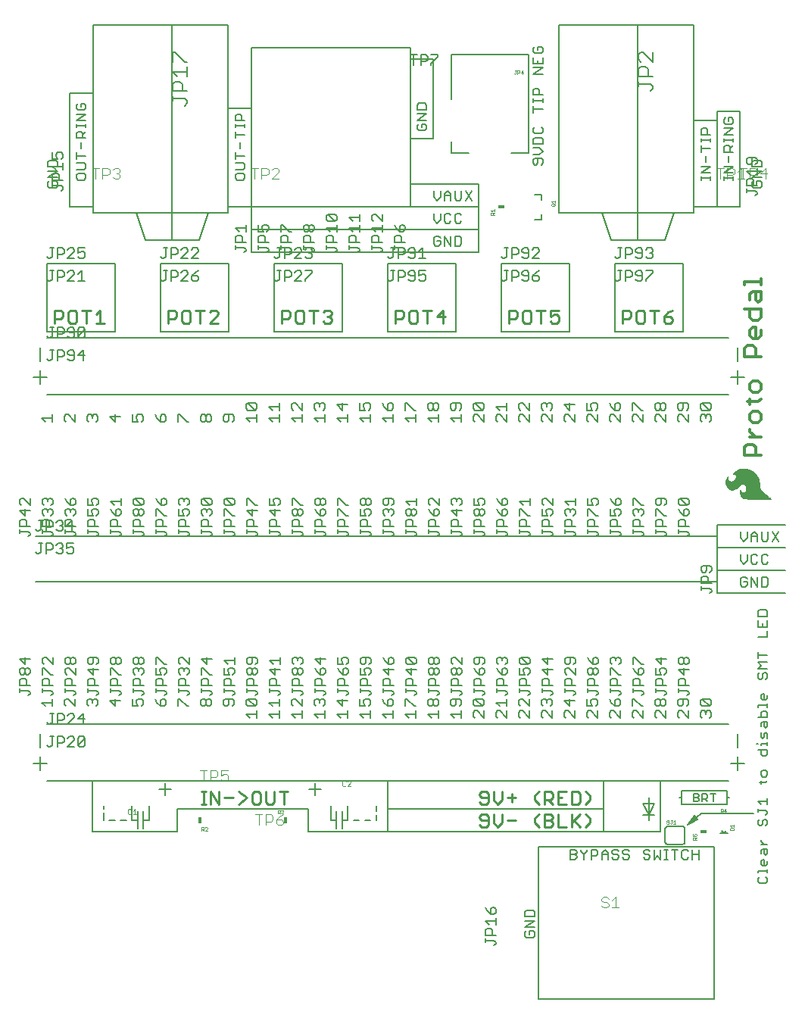
<source format=gbr>
G04 EAGLE Gerber RS-274X export*
G75*
%MOMM*%
%FSLAX34Y34*%
%LPD*%
%INSilkscreen Top*%
%IPPOS*%
%AMOC8*
5,1,8,0,0,1.08239X$1,22.5*%
G01*
%ADD10C,0.254000*%
%ADD11C,0.203200*%
%ADD12C,0.330200*%
%ADD13C,0.127000*%
%ADD14C,0.152400*%
%ADD15R,0.762000X0.381000*%
%ADD16C,0.025400*%
%ADD17R,0.381000X0.762000*%
%ADD18C,0.101600*%
%ADD19C,0.050800*%

G36*
X835585Y587340D02*
X835585Y587340D01*
X835667Y587359D01*
X835668Y587359D01*
X835669Y587359D01*
X835737Y587416D01*
X835801Y587468D01*
X835802Y587469D01*
X835837Y587547D01*
X835873Y587626D01*
X835873Y587627D01*
X835873Y587628D01*
X835870Y587715D01*
X835867Y587799D01*
X835867Y587800D01*
X835867Y587801D01*
X835824Y587879D01*
X835785Y587952D01*
X835784Y587952D01*
X835784Y587953D01*
X835778Y587957D01*
X835670Y588040D01*
X835525Y588113D01*
X835169Y588469D01*
X835158Y588476D01*
X835147Y588489D01*
X834447Y589089D01*
X834440Y589093D01*
X834433Y589100D01*
X833544Y589792D01*
X832554Y590683D01*
X832549Y590686D01*
X832543Y590692D01*
X831350Y591687D01*
X830157Y592780D01*
X828859Y593979D01*
X827459Y595279D01*
X827452Y595283D01*
X827446Y595290D01*
X826158Y596380D01*
X825076Y597462D01*
X824198Y598437D01*
X823532Y599389D01*
X823059Y600430D01*
X822977Y600729D01*
X822873Y601109D01*
X822873Y601110D01*
X822780Y601451D01*
X822780Y605300D01*
X822776Y605320D01*
X822777Y605347D01*
X822477Y607747D01*
X822469Y607769D01*
X822467Y607800D01*
X822425Y607954D01*
X822218Y608714D01*
X822217Y608715D01*
X822114Y609095D01*
X822010Y609475D01*
X821906Y609855D01*
X821867Y610000D01*
X821855Y610023D01*
X821847Y610056D01*
X820947Y612056D01*
X820933Y612075D01*
X820922Y612103D01*
X819722Y614003D01*
X819711Y614014D01*
X819702Y614031D01*
X818402Y615731D01*
X818381Y615748D01*
X818360Y615777D01*
X816760Y617277D01*
X816746Y617285D01*
X816733Y617300D01*
X814933Y618700D01*
X814906Y618713D01*
X814874Y618738D01*
X811174Y620638D01*
X811143Y620646D01*
X811102Y620666D01*
X807502Y621666D01*
X807468Y621668D01*
X807422Y621680D01*
X803922Y621880D01*
X803890Y621874D01*
X803843Y621876D01*
X800543Y621376D01*
X800514Y621365D01*
X800472Y621358D01*
X797672Y620358D01*
X797651Y620344D01*
X797619Y620334D01*
X795219Y619034D01*
X795190Y619008D01*
X795131Y618969D01*
X793431Y617269D01*
X793413Y617239D01*
X793387Y617212D01*
X793385Y617210D01*
X793384Y617209D01*
X793378Y617202D01*
X792378Y615602D01*
X792355Y615536D01*
X792327Y615472D01*
X792327Y615455D01*
X792322Y615438D01*
X792331Y615369D01*
X792333Y615299D01*
X792342Y615284D01*
X792344Y615266D01*
X792383Y615208D01*
X792416Y615147D01*
X792431Y615137D01*
X792441Y615122D01*
X792501Y615087D01*
X792558Y615047D01*
X792577Y615044D01*
X792591Y615036D01*
X792630Y615033D01*
X792700Y615020D01*
X793300Y615020D01*
X793330Y615027D01*
X793375Y615027D01*
X793806Y615113D01*
X794338Y615025D01*
X794866Y614937D01*
X795264Y614698D01*
X795679Y614283D01*
X795920Y613722D01*
X795920Y613153D01*
X795544Y611838D01*
X795173Y611097D01*
X794691Y610421D01*
X794200Y609735D01*
X793621Y609058D01*
X793162Y608599D01*
X792398Y608122D01*
X792395Y608119D01*
X792389Y608116D01*
X791839Y607749D01*
X791216Y607572D01*
X790700Y607485D01*
X790203Y607568D01*
X789756Y607747D01*
X789206Y608022D01*
X788764Y608376D01*
X788118Y609114D01*
X787759Y609833D01*
X787575Y610567D01*
X787480Y611421D01*
X787480Y612653D01*
X787569Y613008D01*
X787569Y613044D01*
X787580Y613100D01*
X787580Y613200D01*
X787568Y613254D01*
X787567Y613277D01*
X787564Y613283D01*
X787560Y613324D01*
X787546Y613345D01*
X787541Y613369D01*
X787501Y613417D01*
X787467Y613470D01*
X787446Y613483D01*
X787431Y613502D01*
X787373Y613528D01*
X787320Y613561D01*
X787295Y613563D01*
X787272Y613573D01*
X787210Y613571D01*
X787147Y613577D01*
X787124Y613568D01*
X787099Y613567D01*
X787044Y613537D01*
X786986Y613514D01*
X786966Y613494D01*
X786947Y613484D01*
X786926Y613453D01*
X786884Y613411D01*
X786687Y613117D01*
X786191Y612421D01*
X786185Y612406D01*
X786172Y612392D01*
X785472Y611192D01*
X785464Y611168D01*
X785447Y611141D01*
X784847Y609641D01*
X784844Y609623D01*
X784834Y609602D01*
X784334Y607802D01*
X784332Y607768D01*
X784320Y607719D01*
X784220Y605719D01*
X784227Y605681D01*
X784229Y605616D01*
X784729Y603416D01*
X784746Y603382D01*
X784763Y603324D01*
X785963Y601024D01*
X785984Y600999D01*
X786006Y600958D01*
X787406Y599258D01*
X787432Y599239D01*
X787434Y599235D01*
X787445Y599227D01*
X787485Y599187D01*
X789085Y598087D01*
X789120Y598073D01*
X789173Y598041D01*
X790873Y597441D01*
X790908Y597438D01*
X791000Y597420D01*
X792700Y597420D01*
X792738Y597429D01*
X792807Y597435D01*
X794507Y597935D01*
X794532Y597949D01*
X794570Y597960D01*
X794663Y598006D01*
X795423Y598386D01*
X795423Y598387D01*
X796184Y598767D01*
X796370Y598860D01*
X796393Y598879D01*
X796431Y598898D01*
X798131Y600198D01*
X798145Y600215D01*
X798169Y600231D01*
X799859Y601922D01*
X801309Y603178D01*
X802684Y603820D01*
X803943Y603820D01*
X805108Y603461D01*
X806010Y602649D01*
X806751Y601539D01*
X807120Y600247D01*
X807120Y598751D01*
X806836Y597711D01*
X806563Y596891D01*
X806021Y596258D01*
X805475Y595713D01*
X805341Y595646D01*
X804962Y595456D01*
X804347Y595280D01*
X803762Y595280D01*
X803279Y595441D01*
X802950Y595688D01*
X802584Y596054D01*
X802200Y596533D01*
X801934Y596888D01*
X801753Y597341D01*
X801745Y597353D01*
X801740Y597370D01*
X801440Y597970D01*
X801416Y597999D01*
X801369Y598069D01*
X801269Y598169D01*
X801247Y598182D01*
X801231Y598202D01*
X801174Y598228D01*
X801122Y598260D01*
X801096Y598263D01*
X801072Y598273D01*
X801011Y598271D01*
X800949Y598277D01*
X800925Y598268D01*
X800899Y598267D01*
X800845Y598237D01*
X800787Y598215D01*
X800770Y598196D01*
X800747Y598184D01*
X800712Y598134D01*
X800670Y598088D01*
X800662Y598063D01*
X800647Y598042D01*
X800631Y597958D01*
X800620Y597922D01*
X800622Y597912D01*
X800620Y597900D01*
X800620Y597862D01*
X800543Y597631D01*
X800347Y597141D01*
X800342Y597106D01*
X800324Y597054D01*
X800224Y596354D01*
X800226Y596330D01*
X800220Y596300D01*
X800220Y594500D01*
X800227Y594470D01*
X800227Y594425D01*
X800427Y593425D01*
X800432Y593415D01*
X800433Y593400D01*
X800563Y592923D01*
X800667Y592543D01*
X800733Y592300D01*
X800742Y592283D01*
X800747Y592259D01*
X801147Y591259D01*
X801166Y591232D01*
X801184Y591189D01*
X801784Y590289D01*
X801807Y590268D01*
X801831Y590231D01*
X802631Y589431D01*
X802649Y589420D01*
X802667Y589400D01*
X803567Y588700D01*
X803591Y588689D01*
X803618Y588666D01*
X804718Y588066D01*
X804751Y588057D01*
X804796Y588034D01*
X806196Y587634D01*
X806221Y587633D01*
X806253Y587623D01*
X807853Y587423D01*
X807865Y587424D01*
X807880Y587420D01*
X809780Y587320D01*
X809789Y587322D01*
X809800Y587320D01*
X835500Y587320D01*
X835585Y587340D01*
G37*
D10*
X509270Y249261D02*
X511643Y246888D01*
X516388Y246888D01*
X518761Y249261D01*
X518761Y258751D01*
X516388Y261124D01*
X511643Y261124D01*
X509270Y258751D01*
X509270Y256379D01*
X511643Y254006D01*
X518761Y254006D01*
X524706Y251633D02*
X524706Y261124D01*
X524706Y251633D02*
X529451Y246888D01*
X534197Y251633D01*
X534197Y261124D01*
X540142Y254006D02*
X549633Y254006D01*
X544888Y258751D02*
X544888Y249261D01*
X571014Y251633D02*
X575760Y246888D01*
X571014Y251633D02*
X571014Y256379D01*
X575760Y261124D01*
X581305Y261124D02*
X581305Y246888D01*
X581305Y261124D02*
X588423Y261124D01*
X590796Y258751D01*
X590796Y254006D01*
X588423Y251633D01*
X581305Y251633D01*
X586050Y251633D02*
X590796Y246888D01*
X596741Y261124D02*
X606232Y261124D01*
X596741Y261124D02*
X596741Y246888D01*
X606232Y246888D01*
X601486Y254006D02*
X596741Y254006D01*
X612177Y261124D02*
X612177Y246888D01*
X619295Y246888D01*
X621668Y249261D01*
X621668Y258751D01*
X619295Y261124D01*
X612177Y261124D01*
X627613Y246888D02*
X632359Y251633D01*
X632359Y256379D01*
X627613Y261124D01*
X511643Y221488D02*
X509270Y223861D01*
X511643Y221488D02*
X516388Y221488D01*
X518761Y223861D01*
X518761Y233351D01*
X516388Y235724D01*
X511643Y235724D01*
X509270Y233351D01*
X509270Y230979D01*
X511643Y228606D01*
X518761Y228606D01*
X524706Y226233D02*
X524706Y235724D01*
X524706Y226233D02*
X529451Y221488D01*
X534197Y226233D01*
X534197Y235724D01*
X540142Y228606D02*
X549633Y228606D01*
X571014Y226233D02*
X575760Y221488D01*
X571014Y226233D02*
X571014Y230979D01*
X575760Y235724D01*
X581305Y235724D02*
X581305Y221488D01*
X581305Y235724D02*
X588423Y235724D01*
X590796Y233351D01*
X590796Y230979D01*
X588423Y228606D01*
X590796Y226233D01*
X590796Y223861D01*
X588423Y221488D01*
X581305Y221488D01*
X581305Y228606D02*
X588423Y228606D01*
X596741Y235724D02*
X596741Y221488D01*
X606232Y221488D01*
X612177Y221488D02*
X612177Y235724D01*
X612177Y226233D02*
X621668Y235724D01*
X614550Y228606D02*
X621668Y221488D01*
X627613Y221488D02*
X632359Y226233D01*
X632359Y230979D01*
X627613Y235724D01*
X202865Y246888D02*
X198120Y246888D01*
X200493Y246888D02*
X200493Y261124D01*
X202865Y261124D02*
X198120Y261124D01*
X208411Y261124D02*
X208411Y246888D01*
X217901Y246888D02*
X208411Y261124D01*
X217901Y261124D02*
X217901Y246888D01*
X223847Y254006D02*
X233338Y254006D01*
X239283Y261124D02*
X248774Y254006D01*
X239283Y246888D01*
X257092Y261124D02*
X261837Y261124D01*
X257092Y261124D02*
X254719Y258751D01*
X254719Y249261D01*
X257092Y246888D01*
X261837Y246888D01*
X264210Y249261D01*
X264210Y258751D01*
X261837Y261124D01*
X270155Y261124D02*
X270155Y249261D01*
X272528Y246888D01*
X277273Y246888D01*
X279646Y249261D01*
X279646Y261124D01*
X290336Y261124D02*
X290336Y246888D01*
X285591Y261124D02*
X295082Y261124D01*
X33898Y784606D02*
X33898Y798842D01*
X41016Y798842D01*
X43389Y796469D01*
X43389Y791724D01*
X41016Y789351D01*
X33898Y789351D01*
X51707Y798842D02*
X56452Y798842D01*
X51707Y798842D02*
X49334Y796469D01*
X49334Y786979D01*
X51707Y784606D01*
X56452Y784606D01*
X58825Y786979D01*
X58825Y796469D01*
X56452Y798842D01*
X69515Y798842D02*
X69515Y784606D01*
X64770Y798842D02*
X74261Y798842D01*
X80206Y794097D02*
X84951Y798842D01*
X84951Y784606D01*
X80206Y784606D02*
X89697Y784606D01*
X160898Y784606D02*
X160898Y798842D01*
X168016Y798842D01*
X170389Y796469D01*
X170389Y791724D01*
X168016Y789351D01*
X160898Y789351D01*
X178707Y798842D02*
X183452Y798842D01*
X178707Y798842D02*
X176334Y796469D01*
X176334Y786979D01*
X178707Y784606D01*
X183452Y784606D01*
X185825Y786979D01*
X185825Y796469D01*
X183452Y798842D01*
X196515Y798842D02*
X196515Y784606D01*
X191770Y798842D02*
X201261Y798842D01*
X207206Y784606D02*
X216697Y784606D01*
X207206Y784606D02*
X216697Y794097D01*
X216697Y796469D01*
X214324Y798842D01*
X209579Y798842D01*
X207206Y796469D01*
X287898Y798842D02*
X287898Y784606D01*
X287898Y798842D02*
X295016Y798842D01*
X297389Y796469D01*
X297389Y791724D01*
X295016Y789351D01*
X287898Y789351D01*
X305707Y798842D02*
X310452Y798842D01*
X305707Y798842D02*
X303334Y796469D01*
X303334Y786979D01*
X305707Y784606D01*
X310452Y784606D01*
X312825Y786979D01*
X312825Y796469D01*
X310452Y798842D01*
X323515Y798842D02*
X323515Y784606D01*
X318770Y798842D02*
X328261Y798842D01*
X334206Y796469D02*
X336579Y798842D01*
X341324Y798842D01*
X343697Y796469D01*
X343697Y794097D01*
X341324Y791724D01*
X338951Y791724D01*
X341324Y791724D02*
X343697Y789351D01*
X343697Y786979D01*
X341324Y784606D01*
X336579Y784606D01*
X334206Y786979D01*
X414898Y784606D02*
X414898Y798842D01*
X422016Y798842D01*
X424389Y796469D01*
X424389Y791724D01*
X422016Y789351D01*
X414898Y789351D01*
X432707Y798842D02*
X437452Y798842D01*
X432707Y798842D02*
X430334Y796469D01*
X430334Y786979D01*
X432707Y784606D01*
X437452Y784606D01*
X439825Y786979D01*
X439825Y796469D01*
X437452Y798842D01*
X450515Y798842D02*
X450515Y784606D01*
X445770Y798842D02*
X455261Y798842D01*
X468324Y798842D02*
X468324Y784606D01*
X461206Y791724D02*
X468324Y798842D01*
X470697Y791724D02*
X461206Y791724D01*
X541898Y784606D02*
X541898Y798842D01*
X549016Y798842D01*
X551389Y796469D01*
X551389Y791724D01*
X549016Y789351D01*
X541898Y789351D01*
X559707Y798842D02*
X564452Y798842D01*
X559707Y798842D02*
X557334Y796469D01*
X557334Y786979D01*
X559707Y784606D01*
X564452Y784606D01*
X566825Y786979D01*
X566825Y796469D01*
X564452Y798842D01*
X577515Y798842D02*
X577515Y784606D01*
X572770Y798842D02*
X582261Y798842D01*
X588206Y798842D02*
X597697Y798842D01*
X588206Y798842D02*
X588206Y791724D01*
X592951Y794097D01*
X595324Y794097D01*
X597697Y791724D01*
X597697Y786979D01*
X595324Y784606D01*
X590579Y784606D01*
X588206Y786979D01*
X668898Y784606D02*
X668898Y798842D01*
X676016Y798842D01*
X678389Y796469D01*
X678389Y791724D01*
X676016Y789351D01*
X668898Y789351D01*
X686707Y798842D02*
X691452Y798842D01*
X686707Y798842D02*
X684334Y796469D01*
X684334Y786979D01*
X686707Y784606D01*
X691452Y784606D01*
X693825Y786979D01*
X693825Y796469D01*
X691452Y798842D01*
X704515Y798842D02*
X704515Y784606D01*
X699770Y798842D02*
X709261Y798842D01*
X719951Y796469D02*
X724697Y798842D01*
X719951Y796469D02*
X715206Y791724D01*
X715206Y786979D01*
X717579Y784606D01*
X722324Y784606D01*
X724697Y786979D01*
X724697Y789351D01*
X722324Y791724D01*
X715206Y791724D01*
D11*
X787400Y704850D02*
X25400Y704850D01*
X25400Y336550D02*
X787400Y336550D01*
X787400Y273050D02*
X711200Y273050D01*
X767334Y944626D02*
X767334Y948185D01*
X767334Y946406D02*
X756657Y946406D01*
X756657Y948185D02*
X756657Y944626D01*
X756657Y952422D02*
X767334Y952422D01*
X767334Y959540D02*
X756657Y952422D01*
X756657Y959540D02*
X767334Y959540D01*
X761995Y964116D02*
X761995Y971234D01*
X756657Y979369D02*
X767334Y979369D01*
X756657Y975810D02*
X756657Y982928D01*
X767334Y987504D02*
X767334Y991063D01*
X767334Y989283D02*
X756657Y989283D01*
X756657Y987504D02*
X756657Y991063D01*
X756657Y995300D02*
X767334Y995300D01*
X756657Y995300D02*
X756657Y1000638D01*
X758436Y1002418D01*
X761995Y1002418D01*
X763775Y1000638D01*
X763775Y995300D01*
X235957Y949965D02*
X235957Y946406D01*
X237736Y944626D01*
X244855Y944626D01*
X246634Y946406D01*
X246634Y949965D01*
X244855Y951744D01*
X237736Y951744D01*
X235957Y949965D01*
X235957Y956320D02*
X244855Y956320D01*
X246634Y958099D01*
X246634Y961659D01*
X244855Y963438D01*
X235957Y963438D01*
X235957Y971573D02*
X246634Y971573D01*
X235957Y968014D02*
X235957Y975132D01*
X241295Y979708D02*
X241295Y986826D01*
X235957Y994961D02*
X246634Y994961D01*
X235957Y991402D02*
X235957Y998520D01*
X246634Y1003096D02*
X246634Y1006655D01*
X246634Y1004875D02*
X235957Y1004875D01*
X235957Y1003096D02*
X235957Y1006655D01*
X235957Y1010892D02*
X246634Y1010892D01*
X235957Y1010892D02*
X235957Y1016230D01*
X237736Y1018010D01*
X241295Y1018010D01*
X243075Y1016230D01*
X243075Y1010892D01*
X577915Y961501D02*
X579694Y963281D01*
X579694Y966840D01*
X577915Y968619D01*
X570796Y968619D01*
X569017Y966840D01*
X569017Y963281D01*
X570796Y961501D01*
X572576Y961501D01*
X574355Y963281D01*
X574355Y968619D01*
X576135Y973195D02*
X569017Y973195D01*
X576135Y973195D02*
X579694Y976754D01*
X576135Y980313D01*
X569017Y980313D01*
X569017Y984889D02*
X579694Y984889D01*
X579694Y990228D01*
X577915Y992007D01*
X570796Y992007D01*
X569017Y990228D01*
X569017Y984889D01*
X569017Y1001922D02*
X570796Y1003701D01*
X569017Y1001922D02*
X569017Y998362D01*
X570796Y996583D01*
X577915Y996583D01*
X579694Y998362D01*
X579694Y1001922D01*
X577915Y1003701D01*
X579694Y1023530D02*
X569017Y1023530D01*
X569017Y1019971D02*
X569017Y1027089D01*
X579694Y1031665D02*
X579694Y1035224D01*
X579694Y1033444D02*
X569017Y1033444D01*
X569017Y1031665D02*
X569017Y1035224D01*
X569017Y1039461D02*
X579694Y1039461D01*
X569017Y1039461D02*
X569017Y1044799D01*
X570796Y1046579D01*
X574355Y1046579D01*
X576135Y1044799D01*
X576135Y1039461D01*
X579694Y1062849D02*
X569017Y1062849D01*
X579694Y1069967D01*
X569017Y1069967D01*
X569017Y1074543D02*
X569017Y1081661D01*
X569017Y1074543D02*
X579694Y1074543D01*
X579694Y1081661D01*
X574355Y1078102D02*
X574355Y1074543D01*
X569017Y1091575D02*
X570796Y1093355D01*
X569017Y1091575D02*
X569017Y1088016D01*
X570796Y1086237D01*
X577915Y1086237D01*
X579694Y1088016D01*
X579694Y1091575D01*
X577915Y1093355D01*
X574355Y1093355D01*
X574355Y1089796D01*
X647700Y273050D02*
X711200Y273050D01*
X647700Y273050D02*
X406400Y273050D01*
X76200Y273050D01*
X25400Y273050D01*
X25400Y850900D02*
X101600Y850900D01*
X101600Y774700D01*
X25400Y774700D01*
X25400Y850900D01*
X152400Y850900D02*
X228600Y850900D01*
X228600Y774700D01*
X152400Y774700D01*
X152400Y850900D01*
X279400Y850900D02*
X355600Y850900D01*
X355600Y774700D01*
X279400Y774700D01*
X279400Y850900D01*
X406400Y850900D02*
X482600Y850900D01*
X482600Y774700D01*
X406400Y774700D01*
X406400Y850900D01*
X533400Y850900D02*
X609600Y850900D01*
X609600Y774700D01*
X533400Y774700D01*
X533400Y850900D01*
X660400Y850900D02*
X660400Y774700D01*
X736600Y774700D01*
X736600Y850900D01*
X660400Y850900D01*
X76200Y273050D02*
X76200Y215900D01*
X171450Y215900D01*
X171450Y241300D01*
X317500Y241300D01*
X317500Y215900D01*
X406400Y215900D01*
X406400Y241300D02*
X406400Y273050D01*
X406400Y241300D02*
X406400Y215900D01*
X647700Y215900D01*
X711200Y215900D01*
X647700Y241300D02*
X647700Y273050D01*
X647700Y241300D02*
X647700Y215900D01*
X647700Y241300D02*
X406400Y241300D01*
X774700Y495300D02*
X12700Y495300D01*
X12700Y546100D02*
X774700Y546100D01*
X801116Y526043D02*
X801116Y518925D01*
X804675Y515366D01*
X808234Y518925D01*
X808234Y526043D01*
X818149Y526043D02*
X819928Y524264D01*
X818149Y526043D02*
X814589Y526043D01*
X812810Y524264D01*
X812810Y517146D01*
X814589Y515366D01*
X818149Y515366D01*
X819928Y517146D01*
X829843Y526043D02*
X831622Y524264D01*
X829843Y526043D02*
X826283Y526043D01*
X824504Y524264D01*
X824504Y517146D01*
X826283Y515366D01*
X829843Y515366D01*
X831622Y517146D01*
X801116Y544325D02*
X801116Y551443D01*
X801116Y544325D02*
X804675Y540766D01*
X808234Y544325D01*
X808234Y551443D01*
X812810Y547884D02*
X812810Y540766D01*
X812810Y547884D02*
X816369Y551443D01*
X819928Y547884D01*
X819928Y540766D01*
X819928Y546105D02*
X812810Y546105D01*
X824504Y542546D02*
X824504Y551443D01*
X824504Y542546D02*
X826283Y540766D01*
X829843Y540766D01*
X831622Y542546D01*
X831622Y551443D01*
X836198Y551443D02*
X843316Y540766D01*
X836198Y540766D02*
X843316Y551443D01*
X806455Y500643D02*
X808234Y498864D01*
X806455Y500643D02*
X802896Y500643D01*
X801116Y498864D01*
X801116Y491746D01*
X802896Y489966D01*
X806455Y489966D01*
X808234Y491746D01*
X808234Y495305D01*
X804675Y495305D01*
X812810Y500643D02*
X812810Y489966D01*
X819928Y489966D02*
X812810Y500643D01*
X819928Y500643D02*
X819928Y489966D01*
X824504Y489966D02*
X824504Y500643D01*
X824504Y489966D02*
X829843Y489966D01*
X831622Y491746D01*
X831622Y498864D01*
X829843Y500643D01*
X824504Y500643D01*
X465334Y879864D02*
X463555Y881643D01*
X459996Y881643D01*
X458216Y879864D01*
X458216Y872746D01*
X459996Y870966D01*
X463555Y870966D01*
X465334Y872746D01*
X465334Y876305D01*
X461775Y876305D01*
X469910Y881643D02*
X469910Y870966D01*
X477028Y870966D02*
X469910Y881643D01*
X477028Y881643D02*
X477028Y870966D01*
X481604Y870966D02*
X481604Y881643D01*
X481604Y870966D02*
X486943Y870966D01*
X488722Y872746D01*
X488722Y879864D01*
X486943Y881643D01*
X481604Y881643D01*
X458216Y925325D02*
X458216Y932443D01*
X458216Y925325D02*
X461775Y921766D01*
X465334Y925325D01*
X465334Y932443D01*
X469910Y928884D02*
X469910Y921766D01*
X469910Y928884D02*
X473469Y932443D01*
X477028Y928884D01*
X477028Y921766D01*
X477028Y927105D02*
X469910Y927105D01*
X481604Y923546D02*
X481604Y932443D01*
X481604Y923546D02*
X483383Y921766D01*
X486943Y921766D01*
X488722Y923546D01*
X488722Y932443D01*
X493298Y932443D02*
X500416Y921766D01*
X493298Y921766D02*
X500416Y932443D01*
X458216Y907043D02*
X458216Y899925D01*
X461775Y896366D01*
X465334Y899925D01*
X465334Y907043D01*
X475249Y907043D02*
X477028Y905264D01*
X475249Y907043D02*
X471689Y907043D01*
X469910Y905264D01*
X469910Y898146D01*
X471689Y896366D01*
X475249Y896366D01*
X477028Y898146D01*
X486943Y907043D02*
X488722Y905264D01*
X486943Y907043D02*
X483383Y907043D01*
X481604Y905264D01*
X481604Y898146D01*
X483383Y896366D01*
X486943Y896366D01*
X488722Y898146D01*
X774700Y508000D02*
X774700Y482600D01*
X774700Y508000D02*
X774700Y533400D01*
X774700Y558800D01*
X850900Y558800D01*
X850900Y482600D02*
X774700Y482600D01*
X698500Y254000D02*
X698500Y234950D01*
X698500Y228600D01*
X704850Y247650D02*
X692150Y247650D01*
X698500Y234950D01*
X704850Y247650D01*
X704850Y234950D02*
X698500Y234950D01*
X711200Y215900D02*
X711200Y273050D01*
X787400Y768350D02*
X25400Y768350D01*
X692150Y234950D02*
X698500Y234950D01*
X820157Y163835D02*
X821936Y165614D01*
X820157Y163835D02*
X820157Y160276D01*
X821936Y158496D01*
X829055Y158496D01*
X830834Y160276D01*
X830834Y163835D01*
X829055Y165614D01*
X820157Y170190D02*
X820157Y171969D01*
X830834Y171969D01*
X830834Y170190D02*
X830834Y173749D01*
X830834Y179765D02*
X830834Y183325D01*
X830834Y179765D02*
X829055Y177986D01*
X825495Y177986D01*
X823716Y179765D01*
X823716Y183325D01*
X825495Y185104D01*
X827275Y185104D01*
X827275Y177986D01*
X823716Y191459D02*
X823716Y195018D01*
X825495Y196798D01*
X830834Y196798D01*
X830834Y191459D01*
X829055Y189680D01*
X827275Y191459D01*
X827275Y196798D01*
X830834Y201374D02*
X823716Y201374D01*
X827275Y201374D02*
X823716Y204933D01*
X823716Y206712D01*
X820157Y228151D02*
X821936Y229931D01*
X820157Y228151D02*
X820157Y224592D01*
X821936Y222813D01*
X823716Y222813D01*
X825495Y224592D01*
X825495Y228151D01*
X827275Y229931D01*
X829055Y229931D01*
X830834Y228151D01*
X830834Y224592D01*
X829055Y222813D01*
X829055Y234507D02*
X830834Y236286D01*
X830834Y238066D01*
X829055Y239845D01*
X820157Y239845D01*
X820157Y238066D02*
X820157Y241625D01*
X823716Y246201D02*
X820157Y249760D01*
X830834Y249760D01*
X830834Y246201D02*
X830834Y253319D01*
X829055Y271368D02*
X821936Y271368D01*
X829055Y271368D02*
X830834Y273148D01*
X823716Y273148D02*
X823716Y269589D01*
X830834Y279164D02*
X830834Y282723D01*
X829055Y284503D01*
X825495Y284503D01*
X823716Y282723D01*
X823716Y279164D01*
X825495Y277385D01*
X829055Y277385D01*
X830834Y279164D01*
X830834Y307891D02*
X820157Y307891D01*
X830834Y307891D02*
X830834Y302552D01*
X829055Y300773D01*
X825495Y300773D01*
X823716Y302552D01*
X823716Y307891D01*
X823716Y312467D02*
X823716Y314246D01*
X830834Y314246D01*
X830834Y312467D02*
X830834Y316026D01*
X820157Y314246D02*
X818377Y314246D01*
X830834Y320263D02*
X830834Y325601D01*
X829055Y327381D01*
X827275Y325601D01*
X827275Y322042D01*
X825495Y320263D01*
X823716Y322042D01*
X823716Y327381D01*
X823716Y333736D02*
X823716Y337295D01*
X825495Y339075D01*
X830834Y339075D01*
X830834Y333736D01*
X829055Y331957D01*
X827275Y333736D01*
X827275Y339075D01*
X830834Y343650D02*
X820157Y343650D01*
X830834Y343650D02*
X830834Y348989D01*
X829055Y350769D01*
X825495Y350769D01*
X823716Y348989D01*
X823716Y343650D01*
X820157Y355344D02*
X820157Y357124D01*
X830834Y357124D01*
X830834Y358903D02*
X830834Y355344D01*
X830834Y364920D02*
X830834Y368479D01*
X830834Y364920D02*
X829055Y363140D01*
X825495Y363140D01*
X823716Y364920D01*
X823716Y368479D01*
X825495Y370258D01*
X827275Y370258D01*
X827275Y363140D01*
X820157Y391867D02*
X821936Y393646D01*
X820157Y391867D02*
X820157Y388308D01*
X821936Y386528D01*
X823716Y386528D01*
X825495Y388308D01*
X825495Y391867D01*
X827275Y393646D01*
X829055Y393646D01*
X830834Y391867D01*
X830834Y388308D01*
X829055Y386528D01*
X830834Y398222D02*
X820157Y398222D01*
X823716Y401781D01*
X820157Y405340D01*
X830834Y405340D01*
X830834Y413475D02*
X820157Y413475D01*
X820157Y409916D02*
X820157Y417034D01*
X820157Y433304D02*
X830834Y433304D01*
X830834Y440422D01*
X820157Y444998D02*
X820157Y452116D01*
X820157Y444998D02*
X830834Y444998D01*
X830834Y452116D01*
X825495Y448557D02*
X825495Y444998D01*
X820157Y456692D02*
X830834Y456692D01*
X830834Y462031D01*
X829055Y463810D01*
X821936Y463810D01*
X820157Y462031D01*
X820157Y456692D01*
X508000Y939800D02*
X431800Y939800D01*
X508000Y939800D02*
X508000Y914400D01*
X508000Y889000D01*
X508000Y863600D01*
X254000Y914400D02*
X228600Y914400D01*
X254000Y914400D02*
X254000Y1024890D01*
X228600Y1024890D01*
X749300Y914400D02*
X774700Y914400D01*
X774700Y1010920D01*
X774700Y1021080D01*
X774700Y1010920D02*
X749300Y1010920D01*
X508000Y889000D02*
X254000Y889000D01*
X254000Y863600D01*
X508000Y863600D01*
X254000Y889000D02*
X254000Y914400D01*
X431800Y914400D01*
X508000Y914400D01*
X254000Y1024890D02*
X254000Y1092200D01*
X431800Y1092200D01*
X431800Y1079500D01*
X431800Y990600D01*
X431800Y939800D01*
X23361Y674116D02*
X19294Y678183D01*
X31496Y678183D01*
X31496Y674116D02*
X31496Y682251D01*
X56896Y682251D02*
X56896Y674116D01*
X48761Y682251D01*
X46727Y682251D01*
X44694Y680217D01*
X44694Y676150D01*
X46727Y674116D01*
X70094Y676150D02*
X72127Y674116D01*
X70094Y676150D02*
X70094Y680217D01*
X72127Y682251D01*
X74161Y682251D01*
X76195Y680217D01*
X76195Y678183D01*
X76195Y680217D02*
X78229Y682251D01*
X80262Y682251D01*
X82296Y680217D01*
X82296Y676150D01*
X80262Y674116D01*
X95494Y680217D02*
X107696Y680217D01*
X101595Y674116D02*
X95494Y680217D01*
X101595Y682251D02*
X101595Y674116D01*
X120894Y674116D02*
X120894Y682251D01*
X120894Y674116D02*
X126995Y674116D01*
X124961Y678183D01*
X124961Y680217D01*
X126995Y682251D01*
X131062Y682251D01*
X133096Y680217D01*
X133096Y676150D01*
X131062Y674116D01*
X146294Y682251D02*
X148327Y678183D01*
X152395Y674116D01*
X156462Y674116D01*
X158496Y676150D01*
X158496Y680217D01*
X156462Y682251D01*
X154429Y682251D01*
X152395Y680217D01*
X152395Y674116D01*
X171694Y674116D02*
X171694Y682251D01*
X173727Y682251D01*
X181862Y674116D01*
X183896Y674116D01*
X197094Y676150D02*
X199127Y674116D01*
X197094Y676150D02*
X197094Y680217D01*
X199127Y682251D01*
X201161Y682251D01*
X203195Y680217D01*
X205229Y682251D01*
X207262Y682251D01*
X209296Y680217D01*
X209296Y676150D01*
X207262Y674116D01*
X205229Y674116D01*
X203195Y676150D01*
X201161Y674116D01*
X199127Y674116D01*
X203195Y676150D02*
X203195Y680217D01*
X232662Y674116D02*
X234696Y676150D01*
X234696Y680217D01*
X232662Y682251D01*
X224527Y682251D01*
X222494Y680217D01*
X222494Y676150D01*
X224527Y674116D01*
X226561Y674116D01*
X228595Y676150D01*
X228595Y682251D01*
X247894Y678183D02*
X251961Y674116D01*
X247894Y678183D02*
X260096Y678183D01*
X260096Y674116D02*
X260096Y682251D01*
X258062Y687213D02*
X249927Y687213D01*
X247894Y689247D01*
X247894Y693314D01*
X249927Y695348D01*
X258062Y695348D01*
X260096Y693314D01*
X260096Y689247D01*
X258062Y687213D01*
X249927Y695348D01*
X273294Y678183D02*
X277361Y674116D01*
X273294Y678183D02*
X285496Y678183D01*
X285496Y674116D02*
X285496Y682251D01*
X277361Y687213D02*
X273294Y691281D01*
X285496Y691281D01*
X285496Y695348D02*
X285496Y687213D01*
X298694Y678183D02*
X302761Y674116D01*
X298694Y678183D02*
X310896Y678183D01*
X310896Y674116D02*
X310896Y682251D01*
X310896Y687213D02*
X310896Y695348D01*
X310896Y687213D02*
X302761Y695348D01*
X300727Y695348D01*
X298694Y693314D01*
X298694Y689247D01*
X300727Y687213D01*
X324094Y678183D02*
X328161Y674116D01*
X324094Y678183D02*
X336296Y678183D01*
X336296Y674116D02*
X336296Y682251D01*
X326127Y687213D02*
X324094Y689247D01*
X324094Y693314D01*
X326127Y695348D01*
X328161Y695348D01*
X330195Y693314D01*
X330195Y691281D01*
X330195Y693314D02*
X332229Y695348D01*
X334262Y695348D01*
X336296Y693314D01*
X336296Y689247D01*
X334262Y687213D01*
X349494Y678183D02*
X353561Y674116D01*
X349494Y678183D02*
X361696Y678183D01*
X361696Y674116D02*
X361696Y682251D01*
X361696Y693314D02*
X349494Y693314D01*
X355595Y687213D01*
X355595Y695348D01*
X374894Y678183D02*
X378961Y674116D01*
X374894Y678183D02*
X387096Y678183D01*
X387096Y674116D02*
X387096Y682251D01*
X374894Y687213D02*
X374894Y695348D01*
X374894Y687213D02*
X380995Y687213D01*
X378961Y691281D01*
X378961Y693314D01*
X380995Y695348D01*
X385062Y695348D01*
X387096Y693314D01*
X387096Y689247D01*
X385062Y687213D01*
X400294Y678183D02*
X404361Y674116D01*
X400294Y678183D02*
X412496Y678183D01*
X412496Y674116D02*
X412496Y682251D01*
X402327Y691281D02*
X400294Y695348D01*
X402327Y691281D02*
X406395Y687213D01*
X410462Y687213D01*
X412496Y689247D01*
X412496Y693314D01*
X410462Y695348D01*
X408429Y695348D01*
X406395Y693314D01*
X406395Y687213D01*
X425694Y678183D02*
X429761Y674116D01*
X425694Y678183D02*
X437896Y678183D01*
X437896Y674116D02*
X437896Y682251D01*
X425694Y687213D02*
X425694Y695348D01*
X427727Y695348D01*
X435862Y687213D01*
X437896Y687213D01*
X451094Y678183D02*
X455161Y674116D01*
X451094Y678183D02*
X463296Y678183D01*
X463296Y674116D02*
X463296Y682251D01*
X453127Y687213D02*
X451094Y689247D01*
X451094Y693314D01*
X453127Y695348D01*
X455161Y695348D01*
X457195Y693314D01*
X459229Y695348D01*
X461262Y695348D01*
X463296Y693314D01*
X463296Y689247D01*
X461262Y687213D01*
X459229Y687213D01*
X457195Y689247D01*
X455161Y687213D01*
X453127Y687213D01*
X457195Y689247D02*
X457195Y693314D01*
X476494Y678183D02*
X480561Y674116D01*
X476494Y678183D02*
X488696Y678183D01*
X488696Y674116D02*
X488696Y682251D01*
X486662Y687213D02*
X488696Y689247D01*
X488696Y693314D01*
X486662Y695348D01*
X478527Y695348D01*
X476494Y693314D01*
X476494Y689247D01*
X478527Y687213D01*
X480561Y687213D01*
X482595Y689247D01*
X482595Y695348D01*
X514096Y682251D02*
X514096Y674116D01*
X505961Y682251D01*
X503927Y682251D01*
X501894Y680217D01*
X501894Y676150D01*
X503927Y674116D01*
X503927Y687213D02*
X512062Y687213D01*
X503927Y687213D02*
X501894Y689247D01*
X501894Y693314D01*
X503927Y695348D01*
X512062Y695348D01*
X514096Y693314D01*
X514096Y689247D01*
X512062Y687213D01*
X503927Y695348D01*
X539496Y682251D02*
X539496Y674116D01*
X531361Y682251D01*
X529327Y682251D01*
X527294Y680217D01*
X527294Y676150D01*
X529327Y674116D01*
X531361Y687213D02*
X527294Y691281D01*
X539496Y691281D01*
X539496Y695348D02*
X539496Y687213D01*
X564896Y682251D02*
X564896Y674116D01*
X556761Y682251D01*
X554727Y682251D01*
X552694Y680217D01*
X552694Y676150D01*
X554727Y674116D01*
X564896Y687213D02*
X564896Y695348D01*
X564896Y687213D02*
X556761Y695348D01*
X554727Y695348D01*
X552694Y693314D01*
X552694Y689247D01*
X554727Y687213D01*
X590296Y682251D02*
X590296Y674116D01*
X582161Y682251D01*
X580127Y682251D01*
X578094Y680217D01*
X578094Y676150D01*
X580127Y674116D01*
X580127Y687213D02*
X578094Y689247D01*
X578094Y693314D01*
X580127Y695348D01*
X582161Y695348D01*
X584195Y693314D01*
X584195Y691281D01*
X584195Y693314D02*
X586229Y695348D01*
X588262Y695348D01*
X590296Y693314D01*
X590296Y689247D01*
X588262Y687213D01*
X615696Y682251D02*
X615696Y674116D01*
X607561Y682251D01*
X605527Y682251D01*
X603494Y680217D01*
X603494Y676150D01*
X605527Y674116D01*
X603494Y693314D02*
X615696Y693314D01*
X609595Y687213D02*
X603494Y693314D01*
X609595Y695348D02*
X609595Y687213D01*
X641096Y682251D02*
X641096Y674116D01*
X632961Y682251D01*
X630927Y682251D01*
X628894Y680217D01*
X628894Y676150D01*
X630927Y674116D01*
X628894Y687213D02*
X628894Y695348D01*
X628894Y687213D02*
X634995Y687213D01*
X632961Y691281D01*
X632961Y693314D01*
X634995Y695348D01*
X639062Y695348D01*
X641096Y693314D01*
X641096Y689247D01*
X639062Y687213D01*
X666496Y682251D02*
X666496Y674116D01*
X658361Y682251D01*
X656327Y682251D01*
X654294Y680217D01*
X654294Y676150D01*
X656327Y674116D01*
X656327Y691281D02*
X654294Y695348D01*
X656327Y691281D02*
X660395Y687213D01*
X664462Y687213D01*
X666496Y689247D01*
X666496Y693314D01*
X664462Y695348D01*
X662429Y695348D01*
X660395Y693314D01*
X660395Y687213D01*
X691896Y682251D02*
X691896Y674116D01*
X683761Y682251D01*
X681727Y682251D01*
X679694Y680217D01*
X679694Y676150D01*
X681727Y674116D01*
X679694Y687213D02*
X679694Y695348D01*
X681727Y695348D01*
X689862Y687213D01*
X691896Y687213D01*
X717296Y682251D02*
X717296Y674116D01*
X709161Y682251D01*
X707127Y682251D01*
X705094Y680217D01*
X705094Y676150D01*
X707127Y674116D01*
X707127Y687213D02*
X705094Y689247D01*
X705094Y693314D01*
X707127Y695348D01*
X709161Y695348D01*
X711195Y693314D01*
X713229Y695348D01*
X715262Y695348D01*
X717296Y693314D01*
X717296Y689247D01*
X715262Y687213D01*
X713229Y687213D01*
X711195Y689247D01*
X709161Y687213D01*
X707127Y687213D01*
X711195Y689247D02*
X711195Y693314D01*
X742696Y682251D02*
X742696Y674116D01*
X734561Y682251D01*
X732527Y682251D01*
X730494Y680217D01*
X730494Y676150D01*
X732527Y674116D01*
X740662Y687213D02*
X742696Y689247D01*
X742696Y693314D01*
X740662Y695348D01*
X732527Y695348D01*
X730494Y693314D01*
X730494Y689247D01*
X732527Y687213D01*
X734561Y687213D01*
X736595Y689247D01*
X736595Y695348D01*
X755894Y676150D02*
X757927Y674116D01*
X755894Y676150D02*
X755894Y680217D01*
X757927Y682251D01*
X759961Y682251D01*
X761995Y680217D01*
X761995Y678183D01*
X761995Y680217D02*
X764029Y682251D01*
X766062Y682251D01*
X768096Y680217D01*
X768096Y676150D01*
X766062Y674116D01*
X766062Y687213D02*
X757927Y687213D01*
X755894Y689247D01*
X755894Y693314D01*
X757927Y695348D01*
X766062Y695348D01*
X768096Y693314D01*
X768096Y689247D01*
X766062Y687213D01*
X757927Y695348D01*
X23361Y356219D02*
X19294Y360286D01*
X31496Y360286D01*
X31496Y356219D02*
X31496Y364354D01*
X56896Y364354D02*
X56896Y356219D01*
X48761Y364354D01*
X46727Y364354D01*
X44694Y362320D01*
X44694Y358252D01*
X46727Y356219D01*
X70094Y358252D02*
X72127Y356219D01*
X70094Y358252D02*
X70094Y362320D01*
X72127Y364354D01*
X74161Y364354D01*
X76195Y362320D01*
X76195Y360286D01*
X76195Y362320D02*
X78229Y364354D01*
X80262Y364354D01*
X82296Y362320D01*
X82296Y358252D01*
X80262Y356219D01*
X95494Y362320D02*
X107696Y362320D01*
X101595Y356219D02*
X95494Y362320D01*
X101595Y364354D02*
X101595Y356219D01*
X120894Y356219D02*
X120894Y364354D01*
X120894Y356219D02*
X126995Y356219D01*
X124961Y360286D01*
X124961Y362320D01*
X126995Y364354D01*
X131062Y364354D01*
X133096Y362320D01*
X133096Y358252D01*
X131062Y356219D01*
X146294Y364354D02*
X148327Y360286D01*
X152395Y356219D01*
X156462Y356219D01*
X158496Y358252D01*
X158496Y362320D01*
X156462Y364354D01*
X154429Y364354D01*
X152395Y362320D01*
X152395Y356219D01*
X171694Y356219D02*
X171694Y364354D01*
X173727Y364354D01*
X181862Y356219D01*
X183896Y356219D01*
X197094Y358252D02*
X199127Y356219D01*
X197094Y358252D02*
X197094Y362320D01*
X199127Y364354D01*
X201161Y364354D01*
X203195Y362320D01*
X205229Y364354D01*
X207262Y364354D01*
X209296Y362320D01*
X209296Y358252D01*
X207262Y356219D01*
X205229Y356219D01*
X203195Y358252D01*
X201161Y356219D01*
X199127Y356219D01*
X203195Y358252D02*
X203195Y362320D01*
X232662Y356219D02*
X234696Y358252D01*
X234696Y362320D01*
X232662Y364354D01*
X224527Y364354D01*
X222494Y362320D01*
X222494Y358252D01*
X224527Y356219D01*
X226561Y356219D01*
X228595Y358252D01*
X228595Y364354D01*
X247894Y347189D02*
X251961Y343121D01*
X247894Y347189D02*
X260096Y347189D01*
X260096Y351256D02*
X260096Y343121D01*
X258062Y356219D02*
X249927Y356219D01*
X247894Y358252D01*
X247894Y362320D01*
X249927Y364354D01*
X258062Y364354D01*
X260096Y362320D01*
X260096Y358252D01*
X258062Y356219D01*
X249927Y364354D01*
X273294Y347189D02*
X277361Y343121D01*
X273294Y347189D02*
X285496Y347189D01*
X285496Y351256D02*
X285496Y343121D01*
X277361Y356219D02*
X273294Y360286D01*
X285496Y360286D01*
X285496Y356219D02*
X285496Y364354D01*
X298694Y347189D02*
X302761Y343121D01*
X298694Y347189D02*
X310896Y347189D01*
X310896Y351256D02*
X310896Y343121D01*
X310896Y356219D02*
X310896Y364354D01*
X310896Y356219D02*
X302761Y364354D01*
X300727Y364354D01*
X298694Y362320D01*
X298694Y358252D01*
X300727Y356219D01*
X324094Y347189D02*
X328161Y343121D01*
X324094Y347189D02*
X336296Y347189D01*
X336296Y351256D02*
X336296Y343121D01*
X326127Y356219D02*
X324094Y358252D01*
X324094Y362320D01*
X326127Y364354D01*
X328161Y364354D01*
X330195Y362320D01*
X330195Y360286D01*
X330195Y362320D02*
X332229Y364354D01*
X334262Y364354D01*
X336296Y362320D01*
X336296Y358252D01*
X334262Y356219D01*
X349494Y347189D02*
X353561Y343121D01*
X349494Y347189D02*
X361696Y347189D01*
X361696Y351256D02*
X361696Y343121D01*
X361696Y362320D02*
X349494Y362320D01*
X355595Y356219D01*
X355595Y364354D01*
X374894Y347189D02*
X378961Y343121D01*
X374894Y347189D02*
X387096Y347189D01*
X387096Y351256D02*
X387096Y343121D01*
X374894Y356219D02*
X374894Y364354D01*
X374894Y356219D02*
X380995Y356219D01*
X378961Y360286D01*
X378961Y362320D01*
X380995Y364354D01*
X385062Y364354D01*
X387096Y362320D01*
X387096Y358252D01*
X385062Y356219D01*
X400294Y347189D02*
X404361Y343121D01*
X400294Y347189D02*
X412496Y347189D01*
X412496Y351256D02*
X412496Y343121D01*
X402327Y360286D02*
X400294Y364354D01*
X402327Y360286D02*
X406395Y356219D01*
X410462Y356219D01*
X412496Y358252D01*
X412496Y362320D01*
X410462Y364354D01*
X408429Y364354D01*
X406395Y362320D01*
X406395Y356219D01*
X425694Y347189D02*
X429761Y343121D01*
X425694Y347189D02*
X437896Y347189D01*
X437896Y351256D02*
X437896Y343121D01*
X425694Y356219D02*
X425694Y364354D01*
X427727Y364354D01*
X435862Y356219D01*
X437896Y356219D01*
X451094Y347189D02*
X455161Y343121D01*
X451094Y347189D02*
X463296Y347189D01*
X463296Y351256D02*
X463296Y343121D01*
X453127Y356219D02*
X451094Y358252D01*
X451094Y362320D01*
X453127Y364354D01*
X455161Y364354D01*
X457195Y362320D01*
X459229Y364354D01*
X461262Y364354D01*
X463296Y362320D01*
X463296Y358252D01*
X461262Y356219D01*
X459229Y356219D01*
X457195Y358252D01*
X455161Y356219D01*
X453127Y356219D01*
X457195Y358252D02*
X457195Y362320D01*
X476494Y347189D02*
X480561Y343121D01*
X476494Y347189D02*
X488696Y347189D01*
X488696Y351256D02*
X488696Y343121D01*
X486662Y356219D02*
X488696Y358252D01*
X488696Y362320D01*
X486662Y364354D01*
X478527Y364354D01*
X476494Y362320D01*
X476494Y358252D01*
X478527Y356219D01*
X480561Y356219D01*
X482595Y358252D01*
X482595Y364354D01*
X514096Y351256D02*
X514096Y343121D01*
X505961Y351256D01*
X503927Y351256D01*
X501894Y349223D01*
X501894Y345155D01*
X503927Y343121D01*
X503927Y356219D02*
X512062Y356219D01*
X503927Y356219D02*
X501894Y358252D01*
X501894Y362320D01*
X503927Y364354D01*
X512062Y364354D01*
X514096Y362320D01*
X514096Y358252D01*
X512062Y356219D01*
X503927Y364354D01*
X539496Y351256D02*
X539496Y343121D01*
X531361Y351256D01*
X529327Y351256D01*
X527294Y349223D01*
X527294Y345155D01*
X529327Y343121D01*
X531361Y356219D02*
X527294Y360286D01*
X539496Y360286D01*
X539496Y356219D02*
X539496Y364354D01*
X564896Y351256D02*
X564896Y343121D01*
X556761Y351256D01*
X554727Y351256D01*
X552694Y349223D01*
X552694Y345155D01*
X554727Y343121D01*
X564896Y356219D02*
X564896Y364354D01*
X564896Y356219D02*
X556761Y364354D01*
X554727Y364354D01*
X552694Y362320D01*
X552694Y358252D01*
X554727Y356219D01*
X590296Y351256D02*
X590296Y343121D01*
X582161Y351256D01*
X580127Y351256D01*
X578094Y349223D01*
X578094Y345155D01*
X580127Y343121D01*
X580127Y356219D02*
X578094Y358252D01*
X578094Y362320D01*
X580127Y364354D01*
X582161Y364354D01*
X584195Y362320D01*
X584195Y360286D01*
X584195Y362320D02*
X586229Y364354D01*
X588262Y364354D01*
X590296Y362320D01*
X590296Y358252D01*
X588262Y356219D01*
X615696Y351256D02*
X615696Y343121D01*
X607561Y351256D01*
X605527Y351256D01*
X603494Y349223D01*
X603494Y345155D01*
X605527Y343121D01*
X603494Y362320D02*
X615696Y362320D01*
X609595Y356219D02*
X603494Y362320D01*
X609595Y364354D02*
X609595Y356219D01*
X641096Y351256D02*
X641096Y343121D01*
X632961Y351256D01*
X630927Y351256D01*
X628894Y349223D01*
X628894Y345155D01*
X630927Y343121D01*
X628894Y356219D02*
X628894Y364354D01*
X628894Y356219D02*
X634995Y356219D01*
X632961Y360286D01*
X632961Y362320D01*
X634995Y364354D01*
X639062Y364354D01*
X641096Y362320D01*
X641096Y358252D01*
X639062Y356219D01*
X666496Y351256D02*
X666496Y343121D01*
X658361Y351256D01*
X656327Y351256D01*
X654294Y349223D01*
X654294Y345155D01*
X656327Y343121D01*
X656327Y360286D02*
X654294Y364354D01*
X656327Y360286D02*
X660395Y356219D01*
X664462Y356219D01*
X666496Y358252D01*
X666496Y362320D01*
X664462Y364354D01*
X662429Y364354D01*
X660395Y362320D01*
X660395Y356219D01*
X691896Y351256D02*
X691896Y343121D01*
X683761Y351256D01*
X681727Y351256D01*
X679694Y349223D01*
X679694Y345155D01*
X681727Y343121D01*
X679694Y356219D02*
X679694Y364354D01*
X681727Y364354D01*
X689862Y356219D01*
X691896Y356219D01*
X717296Y351256D02*
X717296Y343121D01*
X709161Y351256D01*
X707127Y351256D01*
X705094Y349223D01*
X705094Y345155D01*
X707127Y343121D01*
X707127Y356219D02*
X705094Y358252D01*
X705094Y362320D01*
X707127Y364354D01*
X709161Y364354D01*
X711195Y362320D01*
X713229Y364354D01*
X715262Y364354D01*
X717296Y362320D01*
X717296Y358252D01*
X715262Y356219D01*
X713229Y356219D01*
X711195Y358252D01*
X709161Y356219D01*
X707127Y356219D01*
X711195Y358252D02*
X711195Y362320D01*
X742696Y351256D02*
X742696Y343121D01*
X734561Y351256D01*
X732527Y351256D01*
X730494Y349223D01*
X730494Y345155D01*
X732527Y343121D01*
X740662Y356219D02*
X742696Y358252D01*
X742696Y362320D01*
X740662Y364354D01*
X732527Y364354D01*
X730494Y362320D01*
X730494Y358252D01*
X732527Y356219D01*
X734561Y356219D01*
X736595Y358252D01*
X736595Y364354D01*
X755894Y345155D02*
X757927Y343121D01*
X755894Y345155D02*
X755894Y349223D01*
X757927Y351256D01*
X759961Y351256D01*
X761995Y349223D01*
X761995Y347189D01*
X761995Y349223D02*
X764029Y351256D01*
X766062Y351256D01*
X768096Y349223D01*
X768096Y345155D01*
X766062Y343121D01*
X766062Y356219D02*
X757927Y356219D01*
X755894Y358252D01*
X755894Y362320D01*
X757927Y364354D01*
X766062Y364354D01*
X768096Y362320D01*
X768096Y358252D01*
X766062Y356219D01*
X757927Y364354D01*
X139700Y245110D02*
X139700Y228600D01*
X133350Y228600D01*
X133350Y238760D01*
X120650Y245110D02*
X120650Y228600D01*
X133350Y228600D02*
X133350Y219710D01*
X127000Y228600D02*
X120650Y228600D01*
X127000Y228600D02*
X127000Y238760D01*
X127000Y228600D02*
X127000Y219710D01*
X114300Y228600D02*
X107950Y228600D01*
X101600Y228600D02*
X95250Y228600D01*
X88900Y228600D02*
X88900Y237490D01*
X88900Y241300D02*
X88900Y245110D01*
X342900Y245110D02*
X342900Y228600D01*
X349250Y228600D01*
X349250Y238760D01*
X361950Y245110D02*
X361950Y228600D01*
X349250Y228600D02*
X349250Y219710D01*
X355600Y228600D02*
X361950Y228600D01*
X355600Y228600D02*
X355600Y238760D01*
X355600Y228600D02*
X355600Y219710D01*
X368300Y228600D02*
X374650Y228600D01*
X381000Y228600D02*
X387350Y228600D01*
X393700Y228600D02*
X393700Y234950D01*
X393700Y238760D02*
X393700Y245110D01*
X331660Y263620D02*
X318580Y263620D01*
X325120Y270160D02*
X325120Y257080D01*
X610616Y195843D02*
X610616Y185166D01*
X610616Y195843D02*
X615955Y195843D01*
X617734Y194064D01*
X617734Y192284D01*
X615955Y190505D01*
X617734Y188725D01*
X617734Y186946D01*
X615955Y185166D01*
X610616Y185166D01*
X610616Y190505D02*
X615955Y190505D01*
X622310Y194064D02*
X622310Y195843D01*
X622310Y194064D02*
X625869Y190505D01*
X629428Y194064D01*
X629428Y195843D01*
X625869Y190505D02*
X625869Y185166D01*
X634004Y185166D02*
X634004Y195843D01*
X639343Y195843D01*
X641122Y194064D01*
X641122Y190505D01*
X639343Y188725D01*
X634004Y188725D01*
X645698Y185166D02*
X645698Y192284D01*
X649257Y195843D01*
X652816Y192284D01*
X652816Y185166D01*
X652816Y190505D02*
X645698Y190505D01*
X662730Y195843D02*
X664510Y194064D01*
X662730Y195843D02*
X659171Y195843D01*
X657392Y194064D01*
X657392Y192284D01*
X659171Y190505D01*
X662730Y190505D01*
X664510Y188725D01*
X664510Y186946D01*
X662730Y185166D01*
X659171Y185166D01*
X657392Y186946D01*
X674424Y195843D02*
X676204Y194064D01*
X674424Y195843D02*
X670865Y195843D01*
X669086Y194064D01*
X669086Y192284D01*
X670865Y190505D01*
X674424Y190505D01*
X676204Y188725D01*
X676204Y186946D01*
X674424Y185166D01*
X670865Y185166D01*
X669086Y186946D01*
X697812Y195843D02*
X699592Y194064D01*
X697812Y195843D02*
X694253Y195843D01*
X692474Y194064D01*
X692474Y192284D01*
X694253Y190505D01*
X697812Y190505D01*
X699592Y188725D01*
X699592Y186946D01*
X697812Y185166D01*
X694253Y185166D01*
X692474Y186946D01*
X704168Y185166D02*
X704168Y195843D01*
X707727Y188725D02*
X704168Y185166D01*
X707727Y188725D02*
X711286Y185166D01*
X711286Y195843D01*
X715862Y185166D02*
X719421Y185166D01*
X717641Y185166D02*
X717641Y195843D01*
X715862Y195843D02*
X719421Y195843D01*
X727217Y195843D02*
X727217Y185166D01*
X723658Y195843D02*
X730776Y195843D01*
X740690Y195843D02*
X742470Y194064D01*
X740690Y195843D02*
X737131Y195843D01*
X735352Y194064D01*
X735352Y186946D01*
X737131Y185166D01*
X740690Y185166D01*
X742470Y186946D01*
X747046Y185166D02*
X747046Y195843D01*
X747046Y190505D02*
X754164Y190505D01*
X754164Y195843D02*
X754164Y185166D01*
X774700Y914400D02*
X800100Y914400D01*
X792734Y944626D02*
X792734Y948185D01*
X792734Y946406D02*
X782057Y946406D01*
X782057Y948185D02*
X782057Y944626D01*
X782057Y952422D02*
X792734Y952422D01*
X792734Y959540D02*
X782057Y952422D01*
X782057Y959540D02*
X792734Y959540D01*
X787395Y964116D02*
X787395Y971234D01*
X782057Y975810D02*
X792734Y975810D01*
X782057Y975810D02*
X782057Y981148D01*
X783836Y982928D01*
X787395Y982928D01*
X789175Y981148D01*
X789175Y975810D01*
X789175Y979369D02*
X792734Y982928D01*
X792734Y987504D02*
X792734Y991063D01*
X792734Y989283D02*
X782057Y989283D01*
X782057Y987504D02*
X782057Y991063D01*
X782057Y995300D02*
X792734Y995300D01*
X792734Y1002418D02*
X782057Y995300D01*
X782057Y1002418D02*
X792734Y1002418D01*
X782057Y1012332D02*
X783836Y1014112D01*
X782057Y1012332D02*
X782057Y1008773D01*
X783836Y1006994D01*
X790955Y1006994D01*
X792734Y1008773D01*
X792734Y1012332D01*
X790955Y1014112D01*
X787395Y1014112D01*
X787395Y1010553D01*
X774700Y1021080D02*
X800100Y1021080D01*
X800100Y914400D01*
X163900Y263620D02*
X150820Y263620D01*
X157360Y270160D02*
X157360Y257080D01*
X26407Y941314D02*
X28186Y943093D01*
X26407Y941314D02*
X26407Y937755D01*
X28186Y935975D01*
X35305Y935975D01*
X37084Y937755D01*
X37084Y941314D01*
X35305Y943093D01*
X31745Y943093D01*
X31745Y939534D01*
X26407Y947669D02*
X37084Y947669D01*
X37084Y954787D02*
X26407Y947669D01*
X26407Y954787D02*
X37084Y954787D01*
X37084Y959363D02*
X26407Y959363D01*
X37084Y959363D02*
X37084Y964702D01*
X35305Y966481D01*
X28186Y966481D01*
X26407Y964702D01*
X26407Y959363D01*
X813807Y941314D02*
X815586Y943093D01*
X813807Y941314D02*
X813807Y937755D01*
X815586Y935975D01*
X822705Y935975D01*
X824484Y937755D01*
X824484Y941314D01*
X822705Y943093D01*
X819145Y943093D01*
X819145Y939534D01*
X813807Y947669D02*
X824484Y947669D01*
X824484Y954787D02*
X813807Y947669D01*
X813807Y954787D02*
X824484Y954787D01*
X824484Y959363D02*
X813807Y959363D01*
X824484Y959363D02*
X824484Y964702D01*
X822705Y966481D01*
X815586Y966481D01*
X813807Y964702D01*
X813807Y959363D01*
X561586Y104893D02*
X559807Y103114D01*
X559807Y99555D01*
X561586Y97775D01*
X568705Y97775D01*
X570484Y99555D01*
X570484Y103114D01*
X568705Y104893D01*
X565145Y104893D01*
X565145Y101334D01*
X559807Y109469D02*
X570484Y109469D01*
X570484Y116587D02*
X559807Y109469D01*
X559807Y116587D02*
X570484Y116587D01*
X570484Y121163D02*
X559807Y121163D01*
X570484Y121163D02*
X570484Y126502D01*
X568705Y128281D01*
X561586Y128281D01*
X559807Y126502D01*
X559807Y121163D01*
X439157Y1005053D02*
X440936Y1006832D01*
X439157Y1005053D02*
X439157Y1001494D01*
X440936Y999714D01*
X448055Y999714D01*
X449834Y1001494D01*
X449834Y1005053D01*
X448055Y1006832D01*
X444495Y1006832D01*
X444495Y1003273D01*
X439157Y1011408D02*
X449834Y1011408D01*
X449834Y1018526D02*
X439157Y1011408D01*
X439157Y1018526D02*
X449834Y1018526D01*
X449834Y1023102D02*
X439157Y1023102D01*
X449834Y1023102D02*
X449834Y1028441D01*
X448055Y1030220D01*
X440936Y1030220D01*
X439157Y1028441D01*
X439157Y1023102D01*
X431800Y1079500D02*
X457200Y1079500D01*
X457200Y990600D02*
X431800Y990600D01*
X457200Y990600D02*
X457200Y1079500D01*
X58157Y949965D02*
X58157Y946406D01*
X59936Y944626D01*
X67055Y944626D01*
X68834Y946406D01*
X68834Y949965D01*
X67055Y951744D01*
X59936Y951744D01*
X58157Y949965D01*
X58157Y956320D02*
X67055Y956320D01*
X68834Y958099D01*
X68834Y961659D01*
X67055Y963438D01*
X58157Y963438D01*
X58157Y971573D02*
X68834Y971573D01*
X58157Y968014D02*
X58157Y975132D01*
X63495Y979708D02*
X63495Y986826D01*
X58157Y991402D02*
X68834Y991402D01*
X58157Y991402D02*
X58157Y996740D01*
X59936Y998520D01*
X63495Y998520D01*
X65275Y996740D01*
X65275Y991402D01*
X65275Y994961D02*
X68834Y998520D01*
X68834Y1003096D02*
X68834Y1006655D01*
X68834Y1004875D02*
X58157Y1004875D01*
X58157Y1003096D02*
X58157Y1006655D01*
X58157Y1010892D02*
X68834Y1010892D01*
X68834Y1018010D02*
X58157Y1010892D01*
X58157Y1018010D02*
X68834Y1018010D01*
X58157Y1027924D02*
X59936Y1029704D01*
X58157Y1027924D02*
X58157Y1024365D01*
X59936Y1022586D01*
X67055Y1022586D01*
X68834Y1024365D01*
X68834Y1027924D01*
X67055Y1029704D01*
X63495Y1029704D01*
X63495Y1026145D01*
X50800Y914400D02*
X76200Y914400D01*
X50800Y914400D02*
X50800Y1041400D01*
X76200Y1041400D01*
X756920Y236220D02*
X741680Y223520D01*
X756920Y236220D02*
X815340Y236220D01*
X749300Y233680D02*
X741680Y223520D01*
X752602Y229362D02*
X749300Y233680D01*
X752602Y229362D02*
X741680Y223520D01*
D10*
X747268Y229870D02*
X749300Y231648D01*
X750316Y229870D01*
D11*
X797560Y309880D02*
X797560Y325120D01*
X797560Y299720D02*
X797560Y284480D01*
X789940Y292100D02*
X805180Y292100D01*
X17780Y309880D02*
X17780Y325120D01*
X17780Y299720D02*
X17780Y284480D01*
X10160Y292100D02*
X25400Y292100D01*
X17780Y741680D02*
X17780Y756920D01*
X17780Y731520D02*
X17780Y716280D01*
X10160Y723900D02*
X25400Y723900D01*
X797560Y741680D02*
X797560Y756920D01*
X797560Y731520D02*
X797560Y716280D01*
X789940Y723900D02*
X805180Y723900D01*
X431800Y914400D02*
X431800Y939800D01*
X774700Y533400D02*
X850900Y533400D01*
X850900Y508000D02*
X774700Y508000D01*
D12*
X805291Y636651D02*
X823849Y636651D01*
X805291Y636651D02*
X805291Y645930D01*
X808384Y649023D01*
X814570Y649023D01*
X817663Y645930D01*
X817663Y636651D01*
X823849Y656765D02*
X811477Y656765D01*
X817663Y656765D02*
X811477Y662951D01*
X811477Y666044D01*
X823849Y676619D02*
X823849Y682805D01*
X820756Y685898D01*
X814570Y685898D01*
X811477Y682805D01*
X811477Y676619D01*
X814570Y673526D01*
X820756Y673526D01*
X823849Y676619D01*
X820756Y696733D02*
X808384Y696733D01*
X820756Y696733D02*
X823849Y699826D01*
X811477Y699826D02*
X811477Y693640D01*
X823849Y710142D02*
X823849Y716328D01*
X820756Y719421D01*
X814570Y719421D01*
X811477Y716328D01*
X811477Y710142D01*
X814570Y707049D01*
X820756Y707049D01*
X823849Y710142D01*
X823849Y747276D02*
X805291Y747276D01*
X805291Y756555D01*
X808384Y759648D01*
X814570Y759648D01*
X817663Y756555D01*
X817663Y747276D01*
X823849Y770483D02*
X823849Y776669D01*
X823849Y770483D02*
X820756Y767390D01*
X814570Y767390D01*
X811477Y770483D01*
X811477Y776669D01*
X814570Y779762D01*
X817663Y779762D01*
X817663Y767390D01*
X823849Y799875D02*
X805291Y799875D01*
X823849Y799875D02*
X823849Y790596D01*
X820756Y787503D01*
X814570Y787503D01*
X811477Y790596D01*
X811477Y799875D01*
X811477Y810710D02*
X811477Y816896D01*
X814570Y819989D01*
X823849Y819989D01*
X823849Y810710D01*
X820756Y807617D01*
X817663Y810710D01*
X817663Y819989D01*
X805291Y827731D02*
X805291Y830824D01*
X823849Y830824D01*
X823849Y827731D02*
X823849Y833917D01*
D13*
X748100Y1117600D02*
X598100Y1117600D01*
D11*
X598100Y907600D01*
X646100Y907600D01*
X726100Y907600D01*
X748100Y907600D01*
X748100Y1117600D01*
X686100Y1116650D02*
X686100Y877600D01*
X716100Y877600D01*
X686100Y877600D02*
X656100Y877600D01*
X716100Y877600D02*
X726100Y907600D01*
X656100Y877600D02*
X646100Y907600D01*
D14*
X700106Y1043847D02*
X702818Y1046559D01*
X702818Y1049271D01*
X700106Y1051982D01*
X686548Y1051982D01*
X686548Y1049271D02*
X686548Y1054694D01*
X686548Y1060219D02*
X702818Y1060219D01*
X686548Y1060219D02*
X686548Y1068354D01*
X689260Y1071065D01*
X694683Y1071065D01*
X697395Y1068354D01*
X697395Y1060219D01*
X702818Y1076590D02*
X702818Y1087437D01*
X702818Y1076590D02*
X691971Y1087437D01*
X689260Y1087437D01*
X686548Y1084725D01*
X686548Y1079302D01*
X689260Y1076590D01*
D13*
X227400Y1117600D02*
X77400Y1117600D01*
D11*
X77400Y907600D01*
X125400Y907600D01*
X205400Y907600D01*
X227400Y907600D01*
X227400Y1117600D01*
X165400Y1116650D02*
X165400Y877600D01*
X195400Y877600D01*
X165400Y877600D02*
X135400Y877600D01*
X195400Y877600D02*
X205400Y907600D01*
X135400Y877600D02*
X125400Y907600D01*
D14*
X179406Y1027476D02*
X182118Y1030187D01*
X182118Y1032899D01*
X179406Y1035611D01*
X165848Y1035611D01*
X165848Y1038322D02*
X165848Y1032899D01*
X165848Y1043847D02*
X182118Y1043847D01*
X165848Y1043847D02*
X165848Y1051982D01*
X168560Y1054694D01*
X173983Y1054694D01*
X176695Y1051982D01*
X176695Y1043847D01*
X171271Y1060219D02*
X165848Y1065642D01*
X182118Y1065642D01*
X182118Y1060219D02*
X182118Y1071065D01*
X165848Y1076590D02*
X165848Y1087437D01*
X168560Y1087437D01*
X179406Y1076590D01*
X182118Y1076590D01*
D13*
X717677Y370080D02*
X715770Y368173D01*
X717677Y370080D02*
X717677Y371986D01*
X715770Y373893D01*
X706237Y373893D01*
X706237Y371986D02*
X706237Y375800D01*
X706237Y379867D02*
X717677Y379867D01*
X706237Y379867D02*
X706237Y385587D01*
X708144Y387493D01*
X711957Y387493D01*
X713864Y385587D01*
X713864Y379867D01*
X706237Y391561D02*
X706237Y399187D01*
X706237Y391561D02*
X711957Y391561D01*
X710051Y395374D01*
X710051Y397281D01*
X711957Y399187D01*
X715770Y399187D01*
X717677Y397281D01*
X717677Y393468D01*
X715770Y391561D01*
X717677Y408975D02*
X706237Y408975D01*
X711957Y403255D01*
X711957Y410881D01*
X6477Y370080D02*
X4570Y368173D01*
X6477Y370080D02*
X6477Y371986D01*
X4570Y373893D01*
X-4963Y373893D01*
X-4963Y371986D02*
X-4963Y375800D01*
X-4963Y379867D02*
X6477Y379867D01*
X-4963Y379867D02*
X-4963Y385587D01*
X-3056Y387493D01*
X757Y387493D01*
X2664Y385587D01*
X2664Y379867D01*
X-3056Y391561D02*
X-4963Y393468D01*
X-4963Y397281D01*
X-3056Y399187D01*
X-1150Y399187D01*
X757Y397281D01*
X2664Y399187D01*
X4570Y399187D01*
X6477Y397281D01*
X6477Y393468D01*
X4570Y391561D01*
X2664Y391561D01*
X757Y393468D01*
X-1150Y391561D01*
X-3056Y391561D01*
X757Y393468D02*
X757Y397281D01*
X6477Y408975D02*
X-4963Y408975D01*
X757Y403255D01*
X757Y410881D01*
X106170Y368173D02*
X108077Y370080D01*
X108077Y371986D01*
X106170Y373893D01*
X96637Y373893D01*
X96637Y371986D02*
X96637Y375800D01*
X96637Y379867D02*
X108077Y379867D01*
X96637Y379867D02*
X96637Y385587D01*
X98544Y387493D01*
X102357Y387493D01*
X104264Y385587D01*
X104264Y379867D01*
X96637Y391561D02*
X96637Y399187D01*
X98544Y399187D01*
X106170Y391561D01*
X108077Y391561D01*
X98544Y403255D02*
X96637Y405162D01*
X96637Y408975D01*
X98544Y410881D01*
X100451Y410881D01*
X102357Y408975D01*
X104264Y410881D01*
X106170Y410881D01*
X108077Y408975D01*
X108077Y405162D01*
X106170Y403255D01*
X104264Y403255D01*
X102357Y405162D01*
X100451Y403255D01*
X98544Y403255D01*
X102357Y405162D02*
X102357Y408975D01*
X31877Y370080D02*
X29970Y368173D01*
X31877Y370080D02*
X31877Y371986D01*
X29970Y373893D01*
X20437Y373893D01*
X20437Y371986D02*
X20437Y375800D01*
X20437Y379867D02*
X31877Y379867D01*
X20437Y379867D02*
X20437Y385587D01*
X22344Y387493D01*
X26157Y387493D01*
X28064Y385587D01*
X28064Y379867D01*
X20437Y391561D02*
X20437Y399187D01*
X22344Y399187D01*
X29970Y391561D01*
X31877Y391561D01*
X31877Y403255D02*
X31877Y410881D01*
X31877Y403255D02*
X24251Y410881D01*
X22344Y410881D01*
X20437Y408975D01*
X20437Y405162D01*
X22344Y403255D01*
X537970Y545973D02*
X539877Y547880D01*
X539877Y549786D01*
X537970Y551693D01*
X528437Y551693D01*
X528437Y549786D02*
X528437Y553600D01*
X528437Y557667D02*
X539877Y557667D01*
X528437Y557667D02*
X528437Y563387D01*
X530344Y565293D01*
X534157Y565293D01*
X536064Y563387D01*
X536064Y557667D01*
X530344Y573174D02*
X528437Y576987D01*
X530344Y573174D02*
X534157Y569361D01*
X537970Y569361D01*
X539877Y571268D01*
X539877Y575081D01*
X537970Y576987D01*
X536064Y576987D01*
X534157Y575081D01*
X534157Y569361D01*
X530344Y584868D02*
X528437Y588681D01*
X530344Y584868D02*
X534157Y581055D01*
X537970Y581055D01*
X539877Y582962D01*
X539877Y586775D01*
X537970Y588681D01*
X536064Y588681D01*
X534157Y586775D01*
X534157Y581055D01*
X741170Y545973D02*
X743077Y547880D01*
X743077Y549786D01*
X741170Y551693D01*
X731637Y551693D01*
X731637Y549786D02*
X731637Y553600D01*
X731637Y557667D02*
X743077Y557667D01*
X731637Y557667D02*
X731637Y563387D01*
X733544Y565293D01*
X737357Y565293D01*
X739264Y563387D01*
X739264Y557667D01*
X733544Y573174D02*
X731637Y576987D01*
X733544Y573174D02*
X737357Y569361D01*
X741170Y569361D01*
X743077Y571268D01*
X743077Y575081D01*
X741170Y576987D01*
X739264Y576987D01*
X737357Y575081D01*
X737357Y569361D01*
X741170Y581055D02*
X733544Y581055D01*
X731637Y582962D01*
X731637Y586775D01*
X733544Y588681D01*
X741170Y588681D01*
X743077Y586775D01*
X743077Y582962D01*
X741170Y581055D01*
X733544Y588681D01*
X743077Y370080D02*
X741170Y368173D01*
X743077Y370080D02*
X743077Y371986D01*
X741170Y373893D01*
X731637Y373893D01*
X731637Y371986D02*
X731637Y375800D01*
X731637Y379867D02*
X743077Y379867D01*
X731637Y379867D02*
X731637Y385587D01*
X733544Y387493D01*
X737357Y387493D01*
X739264Y385587D01*
X739264Y379867D01*
X743077Y397281D02*
X731637Y397281D01*
X737357Y391561D01*
X737357Y399187D01*
X733544Y403255D02*
X731637Y405162D01*
X731637Y408975D01*
X733544Y410881D01*
X735451Y410881D01*
X737357Y408975D01*
X739264Y410881D01*
X741170Y410881D01*
X743077Y408975D01*
X743077Y405162D01*
X741170Y403255D01*
X739264Y403255D01*
X737357Y405162D01*
X735451Y403255D01*
X733544Y403255D01*
X737357Y405162D02*
X737357Y408975D01*
X6477Y547880D02*
X4570Y545973D01*
X6477Y547880D02*
X6477Y549786D01*
X4570Y551693D01*
X-4963Y551693D01*
X-4963Y549786D02*
X-4963Y553600D01*
X-4963Y557667D02*
X6477Y557667D01*
X-4963Y557667D02*
X-4963Y563387D01*
X-3056Y565293D01*
X757Y565293D01*
X2664Y563387D01*
X2664Y557667D01*
X6477Y575081D02*
X-4963Y575081D01*
X757Y569361D01*
X757Y576987D01*
X6477Y581055D02*
X6477Y588681D01*
X6477Y581055D02*
X-1150Y588681D01*
X-3056Y588681D01*
X-4963Y586775D01*
X-4963Y582962D01*
X-3056Y581055D01*
X55370Y545973D02*
X57277Y547880D01*
X57277Y549786D01*
X55370Y551693D01*
X45837Y551693D01*
X45837Y549786D02*
X45837Y553600D01*
X45837Y557667D02*
X57277Y557667D01*
X45837Y557667D02*
X45837Y563387D01*
X47744Y565293D01*
X51557Y565293D01*
X53464Y563387D01*
X53464Y557667D01*
X47744Y569361D02*
X45837Y571268D01*
X45837Y575081D01*
X47744Y576987D01*
X49651Y576987D01*
X51557Y575081D01*
X51557Y573174D01*
X51557Y575081D02*
X53464Y576987D01*
X55370Y576987D01*
X57277Y575081D01*
X57277Y571268D01*
X55370Y569361D01*
X47744Y584868D02*
X45837Y588681D01*
X47744Y584868D02*
X51557Y581055D01*
X55370Y581055D01*
X57277Y582962D01*
X57277Y586775D01*
X55370Y588681D01*
X53464Y588681D01*
X51557Y586775D01*
X51557Y581055D01*
X57277Y370080D02*
X55370Y368173D01*
X57277Y370080D02*
X57277Y371986D01*
X55370Y373893D01*
X45837Y373893D01*
X45837Y371986D02*
X45837Y375800D01*
X45837Y379867D02*
X57277Y379867D01*
X45837Y379867D02*
X45837Y385587D01*
X47744Y387493D01*
X51557Y387493D01*
X53464Y385587D01*
X53464Y379867D01*
X57277Y391561D02*
X57277Y399187D01*
X57277Y391561D02*
X49651Y399187D01*
X47744Y399187D01*
X45837Y397281D01*
X45837Y393468D01*
X47744Y391561D01*
X47744Y403255D02*
X45837Y405162D01*
X45837Y408975D01*
X47744Y410881D01*
X49651Y410881D01*
X51557Y408975D01*
X53464Y410881D01*
X55370Y410881D01*
X57277Y408975D01*
X57277Y405162D01*
X55370Y403255D01*
X53464Y403255D01*
X51557Y405162D01*
X49651Y403255D01*
X47744Y403255D01*
X51557Y405162D02*
X51557Y408975D01*
X512570Y545973D02*
X514477Y547880D01*
X514477Y549786D01*
X512570Y551693D01*
X503037Y551693D01*
X503037Y549786D02*
X503037Y553600D01*
X503037Y557667D02*
X514477Y557667D01*
X503037Y557667D02*
X503037Y563387D01*
X504944Y565293D01*
X508757Y565293D01*
X510664Y563387D01*
X510664Y557667D01*
X504944Y569361D02*
X503037Y571268D01*
X503037Y575081D01*
X504944Y576987D01*
X506851Y576987D01*
X508757Y575081D01*
X510664Y576987D01*
X512570Y576987D01*
X514477Y575081D01*
X514477Y571268D01*
X512570Y569361D01*
X510664Y569361D01*
X508757Y571268D01*
X506851Y569361D01*
X504944Y569361D01*
X508757Y571268D02*
X508757Y575081D01*
X503037Y581055D02*
X503037Y588681D01*
X503037Y581055D02*
X508757Y581055D01*
X506851Y584868D01*
X506851Y586775D01*
X508757Y588681D01*
X512570Y588681D01*
X514477Y586775D01*
X514477Y582962D01*
X512570Y581055D01*
X715770Y545973D02*
X717677Y547880D01*
X717677Y549786D01*
X715770Y551693D01*
X706237Y551693D01*
X706237Y549786D02*
X706237Y553600D01*
X706237Y557667D02*
X717677Y557667D01*
X706237Y557667D02*
X706237Y563387D01*
X708144Y565293D01*
X711957Y565293D01*
X713864Y563387D01*
X713864Y557667D01*
X706237Y569361D02*
X706237Y576987D01*
X708144Y576987D01*
X715770Y569361D01*
X717677Y569361D01*
X715770Y581055D02*
X717677Y582962D01*
X717677Y586775D01*
X715770Y588681D01*
X708144Y588681D01*
X706237Y586775D01*
X706237Y582962D01*
X708144Y581055D01*
X710051Y581055D01*
X711957Y582962D01*
X711957Y588681D01*
X666877Y370080D02*
X664970Y368173D01*
X666877Y370080D02*
X666877Y371986D01*
X664970Y373893D01*
X655437Y373893D01*
X655437Y371986D02*
X655437Y375800D01*
X655437Y379867D02*
X666877Y379867D01*
X655437Y379867D02*
X655437Y385587D01*
X657344Y387493D01*
X661157Y387493D01*
X663064Y385587D01*
X663064Y379867D01*
X655437Y391561D02*
X655437Y399187D01*
X657344Y399187D01*
X664970Y391561D01*
X666877Y391561D01*
X657344Y403255D02*
X655437Y405162D01*
X655437Y408975D01*
X657344Y410881D01*
X659251Y410881D01*
X661157Y408975D01*
X661157Y407068D01*
X661157Y408975D02*
X663064Y410881D01*
X664970Y410881D01*
X666877Y408975D01*
X666877Y405162D01*
X664970Y403255D01*
X692277Y370080D02*
X690370Y368173D01*
X692277Y370080D02*
X692277Y371986D01*
X690370Y373893D01*
X680837Y373893D01*
X680837Y371986D02*
X680837Y375800D01*
X680837Y379867D02*
X692277Y379867D01*
X680837Y379867D02*
X680837Y385587D01*
X682744Y387493D01*
X686557Y387493D01*
X688464Y385587D01*
X688464Y379867D01*
X682744Y395374D02*
X680837Y399187D01*
X682744Y395374D02*
X686557Y391561D01*
X690370Y391561D01*
X692277Y393468D01*
X692277Y397281D01*
X690370Y399187D01*
X688464Y399187D01*
X686557Y397281D01*
X686557Y391561D01*
X680837Y403255D02*
X680837Y410881D01*
X682744Y410881D01*
X690370Y403255D01*
X692277Y403255D01*
X108077Y547880D02*
X106170Y545973D01*
X108077Y547880D02*
X108077Y549786D01*
X106170Y551693D01*
X96637Y551693D01*
X96637Y549786D02*
X96637Y553600D01*
X96637Y557667D02*
X108077Y557667D01*
X96637Y557667D02*
X96637Y563387D01*
X98544Y565293D01*
X102357Y565293D01*
X104264Y563387D01*
X104264Y557667D01*
X98544Y573174D02*
X96637Y576987D01*
X98544Y573174D02*
X102357Y569361D01*
X106170Y569361D01*
X108077Y571268D01*
X108077Y575081D01*
X106170Y576987D01*
X104264Y576987D01*
X102357Y575081D01*
X102357Y569361D01*
X100451Y581055D02*
X96637Y584868D01*
X108077Y584868D01*
X108077Y581055D02*
X108077Y588681D01*
X82677Y547880D02*
X80770Y545973D01*
X82677Y547880D02*
X82677Y549786D01*
X80770Y551693D01*
X71237Y551693D01*
X71237Y549786D02*
X71237Y553600D01*
X71237Y557667D02*
X82677Y557667D01*
X71237Y557667D02*
X71237Y563387D01*
X73144Y565293D01*
X76957Y565293D01*
X78864Y563387D01*
X78864Y557667D01*
X71237Y569361D02*
X71237Y576987D01*
X71237Y569361D02*
X76957Y569361D01*
X75051Y573174D01*
X75051Y575081D01*
X76957Y576987D01*
X80770Y576987D01*
X82677Y575081D01*
X82677Y571268D01*
X80770Y569361D01*
X71237Y581055D02*
X71237Y588681D01*
X71237Y581055D02*
X76957Y581055D01*
X75051Y584868D01*
X75051Y586775D01*
X76957Y588681D01*
X80770Y588681D01*
X82677Y586775D01*
X82677Y582962D01*
X80770Y581055D01*
X82677Y370080D02*
X80770Y368173D01*
X82677Y370080D02*
X82677Y371986D01*
X80770Y373893D01*
X71237Y373893D01*
X71237Y371986D02*
X71237Y375800D01*
X71237Y379867D02*
X82677Y379867D01*
X71237Y379867D02*
X71237Y385587D01*
X73144Y387493D01*
X76957Y387493D01*
X78864Y385587D01*
X78864Y379867D01*
X82677Y397281D02*
X71237Y397281D01*
X76957Y391561D01*
X76957Y399187D01*
X80770Y403255D02*
X82677Y405162D01*
X82677Y408975D01*
X80770Y410881D01*
X73144Y410881D01*
X71237Y408975D01*
X71237Y405162D01*
X73144Y403255D01*
X75051Y403255D01*
X76957Y405162D01*
X76957Y410881D01*
X487170Y545973D02*
X489077Y547880D01*
X489077Y549786D01*
X487170Y551693D01*
X477637Y551693D01*
X477637Y549786D02*
X477637Y553600D01*
X477637Y557667D02*
X489077Y557667D01*
X477637Y557667D02*
X477637Y563387D01*
X479544Y565293D01*
X483357Y565293D01*
X485264Y563387D01*
X485264Y557667D01*
X489077Y575081D02*
X477637Y575081D01*
X483357Y569361D01*
X483357Y576987D01*
X479544Y581055D02*
X477637Y582962D01*
X477637Y586775D01*
X479544Y588681D01*
X481451Y588681D01*
X483357Y586775D01*
X483357Y584868D01*
X483357Y586775D02*
X485264Y588681D01*
X487170Y588681D01*
X489077Y586775D01*
X489077Y582962D01*
X487170Y581055D01*
X690370Y545973D02*
X692277Y547880D01*
X692277Y549786D01*
X690370Y551693D01*
X680837Y551693D01*
X680837Y549786D02*
X680837Y553600D01*
X680837Y557667D02*
X692277Y557667D01*
X680837Y557667D02*
X680837Y563387D01*
X682744Y565293D01*
X686557Y565293D01*
X688464Y563387D01*
X688464Y557667D01*
X682744Y569361D02*
X680837Y571268D01*
X680837Y575081D01*
X682744Y576987D01*
X684651Y576987D01*
X686557Y575081D01*
X686557Y573174D01*
X686557Y575081D02*
X688464Y576987D01*
X690370Y576987D01*
X692277Y575081D01*
X692277Y571268D01*
X690370Y569361D01*
X680837Y581055D02*
X680837Y588681D01*
X682744Y588681D01*
X690370Y581055D01*
X692277Y581055D01*
X616077Y370080D02*
X614170Y368173D01*
X616077Y370080D02*
X616077Y371986D01*
X614170Y373893D01*
X604637Y373893D01*
X604637Y371986D02*
X604637Y375800D01*
X604637Y379867D02*
X616077Y379867D01*
X604637Y379867D02*
X604637Y385587D01*
X606544Y387493D01*
X610357Y387493D01*
X612264Y385587D01*
X612264Y379867D01*
X616077Y391561D02*
X616077Y399187D01*
X616077Y391561D02*
X608451Y399187D01*
X606544Y399187D01*
X604637Y397281D01*
X604637Y393468D01*
X606544Y391561D01*
X614170Y403255D02*
X616077Y405162D01*
X616077Y408975D01*
X614170Y410881D01*
X606544Y410881D01*
X604637Y408975D01*
X604637Y405162D01*
X606544Y403255D01*
X608451Y403255D01*
X610357Y405162D01*
X610357Y410881D01*
X641477Y370080D02*
X639570Y368173D01*
X641477Y370080D02*
X641477Y371986D01*
X639570Y373893D01*
X630037Y373893D01*
X630037Y371986D02*
X630037Y375800D01*
X630037Y379867D02*
X641477Y379867D01*
X630037Y379867D02*
X630037Y385587D01*
X631944Y387493D01*
X635757Y387493D01*
X637664Y385587D01*
X637664Y379867D01*
X631944Y391561D02*
X630037Y393468D01*
X630037Y397281D01*
X631944Y399187D01*
X633851Y399187D01*
X635757Y397281D01*
X637664Y399187D01*
X639570Y399187D01*
X641477Y397281D01*
X641477Y393468D01*
X639570Y391561D01*
X637664Y391561D01*
X635757Y393468D01*
X633851Y391561D01*
X631944Y391561D01*
X635757Y393468D02*
X635757Y397281D01*
X631944Y407068D02*
X630037Y410881D01*
X631944Y407068D02*
X635757Y403255D01*
X639570Y403255D01*
X641477Y405162D01*
X641477Y408975D01*
X639570Y410881D01*
X637664Y410881D01*
X635757Y408975D01*
X635757Y403255D01*
X133477Y547880D02*
X131570Y545973D01*
X133477Y547880D02*
X133477Y549786D01*
X131570Y551693D01*
X122037Y551693D01*
X122037Y549786D02*
X122037Y553600D01*
X122037Y557667D02*
X133477Y557667D01*
X122037Y557667D02*
X122037Y563387D01*
X123944Y565293D01*
X127757Y565293D01*
X129664Y563387D01*
X129664Y557667D01*
X123944Y569361D02*
X122037Y571268D01*
X122037Y575081D01*
X123944Y576987D01*
X125851Y576987D01*
X127757Y575081D01*
X129664Y576987D01*
X131570Y576987D01*
X133477Y575081D01*
X133477Y571268D01*
X131570Y569361D01*
X129664Y569361D01*
X127757Y571268D01*
X125851Y569361D01*
X123944Y569361D01*
X127757Y571268D02*
X127757Y575081D01*
X131570Y581055D02*
X123944Y581055D01*
X122037Y582962D01*
X122037Y586775D01*
X123944Y588681D01*
X131570Y588681D01*
X133477Y586775D01*
X133477Y582962D01*
X131570Y581055D01*
X123944Y588681D01*
X209677Y370080D02*
X207770Y368173D01*
X209677Y370080D02*
X209677Y371986D01*
X207770Y373893D01*
X198237Y373893D01*
X198237Y371986D02*
X198237Y375800D01*
X198237Y379867D02*
X209677Y379867D01*
X198237Y379867D02*
X198237Y385587D01*
X200144Y387493D01*
X203957Y387493D01*
X205864Y385587D01*
X205864Y379867D01*
X198237Y391561D02*
X198237Y399187D01*
X200144Y399187D01*
X207770Y391561D01*
X209677Y391561D01*
X209677Y408975D02*
X198237Y408975D01*
X203957Y403255D01*
X203957Y410881D01*
X334770Y545973D02*
X336677Y547880D01*
X336677Y549786D01*
X334770Y551693D01*
X325237Y551693D01*
X325237Y549786D02*
X325237Y553600D01*
X325237Y557667D02*
X336677Y557667D01*
X325237Y557667D02*
X325237Y563387D01*
X327144Y565293D01*
X330957Y565293D01*
X332864Y563387D01*
X332864Y557667D01*
X327144Y573174D02*
X325237Y576987D01*
X327144Y573174D02*
X330957Y569361D01*
X334770Y569361D01*
X336677Y571268D01*
X336677Y575081D01*
X334770Y576987D01*
X332864Y576987D01*
X330957Y575081D01*
X330957Y569361D01*
X327144Y581055D02*
X325237Y582962D01*
X325237Y586775D01*
X327144Y588681D01*
X329051Y588681D01*
X330957Y586775D01*
X332864Y588681D01*
X334770Y588681D01*
X336677Y586775D01*
X336677Y582962D01*
X334770Y581055D01*
X332864Y581055D01*
X330957Y582962D01*
X329051Y581055D01*
X327144Y581055D01*
X330957Y582962D02*
X330957Y586775D01*
X461770Y545973D02*
X463677Y547880D01*
X463677Y549786D01*
X461770Y551693D01*
X452237Y551693D01*
X452237Y549786D02*
X452237Y553600D01*
X452237Y557667D02*
X463677Y557667D01*
X452237Y557667D02*
X452237Y563387D01*
X454144Y565293D01*
X457957Y565293D01*
X459864Y563387D01*
X459864Y557667D01*
X454144Y573174D02*
X452237Y576987D01*
X454144Y573174D02*
X457957Y569361D01*
X461770Y569361D01*
X463677Y571268D01*
X463677Y575081D01*
X461770Y576987D01*
X459864Y576987D01*
X457957Y575081D01*
X457957Y569361D01*
X463677Y581055D02*
X463677Y588681D01*
X463677Y581055D02*
X456051Y588681D01*
X454144Y588681D01*
X452237Y586775D01*
X452237Y582962D01*
X454144Y581055D01*
X664970Y545973D02*
X666877Y547880D01*
X666877Y549786D01*
X664970Y551693D01*
X655437Y551693D01*
X655437Y549786D02*
X655437Y553600D01*
X655437Y557667D02*
X666877Y557667D01*
X655437Y557667D02*
X655437Y563387D01*
X657344Y565293D01*
X661157Y565293D01*
X663064Y563387D01*
X663064Y557667D01*
X655437Y569361D02*
X655437Y576987D01*
X655437Y569361D02*
X661157Y569361D01*
X659251Y573174D01*
X659251Y575081D01*
X661157Y576987D01*
X664970Y576987D01*
X666877Y575081D01*
X666877Y571268D01*
X664970Y569361D01*
X657344Y584868D02*
X655437Y588681D01*
X657344Y584868D02*
X661157Y581055D01*
X664970Y581055D01*
X666877Y582962D01*
X666877Y586775D01*
X664970Y588681D01*
X663064Y588681D01*
X661157Y586775D01*
X661157Y581055D01*
X565277Y370080D02*
X563370Y368173D01*
X565277Y370080D02*
X565277Y371986D01*
X563370Y373893D01*
X553837Y373893D01*
X553837Y371986D02*
X553837Y375800D01*
X553837Y379867D02*
X565277Y379867D01*
X553837Y379867D02*
X553837Y385587D01*
X555744Y387493D01*
X559557Y387493D01*
X561464Y385587D01*
X561464Y379867D01*
X553837Y391561D02*
X553837Y399187D01*
X553837Y391561D02*
X559557Y391561D01*
X557651Y395374D01*
X557651Y397281D01*
X559557Y399187D01*
X563370Y399187D01*
X565277Y397281D01*
X565277Y393468D01*
X563370Y391561D01*
X563370Y403255D02*
X555744Y403255D01*
X553837Y405162D01*
X553837Y408975D01*
X555744Y410881D01*
X563370Y410881D01*
X565277Y408975D01*
X565277Y405162D01*
X563370Y403255D01*
X555744Y410881D01*
X590677Y370080D02*
X588770Y368173D01*
X590677Y370080D02*
X590677Y371986D01*
X588770Y373893D01*
X579237Y373893D01*
X579237Y371986D02*
X579237Y375800D01*
X579237Y379867D02*
X590677Y379867D01*
X579237Y379867D02*
X579237Y385587D01*
X581144Y387493D01*
X584957Y387493D01*
X586864Y385587D01*
X586864Y379867D01*
X590677Y397281D02*
X579237Y397281D01*
X584957Y391561D01*
X584957Y399187D01*
X590677Y408975D02*
X579237Y408975D01*
X584957Y403255D01*
X584957Y410881D01*
X133477Y370080D02*
X131570Y368173D01*
X133477Y370080D02*
X133477Y371986D01*
X131570Y373893D01*
X122037Y373893D01*
X122037Y371986D02*
X122037Y375800D01*
X122037Y379867D02*
X133477Y379867D01*
X122037Y379867D02*
X122037Y385587D01*
X123944Y387493D01*
X127757Y387493D01*
X129664Y385587D01*
X129664Y379867D01*
X123944Y391561D02*
X122037Y393468D01*
X122037Y397281D01*
X123944Y399187D01*
X125851Y399187D01*
X127757Y397281D01*
X127757Y395374D01*
X127757Y397281D02*
X129664Y399187D01*
X131570Y399187D01*
X133477Y397281D01*
X133477Y393468D01*
X131570Y391561D01*
X123944Y403255D02*
X122037Y405162D01*
X122037Y408975D01*
X123944Y410881D01*
X125851Y410881D01*
X127757Y408975D01*
X129664Y410881D01*
X131570Y410881D01*
X133477Y408975D01*
X133477Y405162D01*
X131570Y403255D01*
X129664Y403255D01*
X127757Y405162D01*
X125851Y403255D01*
X123944Y403255D01*
X127757Y405162D02*
X127757Y408975D01*
X207770Y545973D02*
X209677Y547880D01*
X209677Y549786D01*
X207770Y551693D01*
X198237Y551693D01*
X198237Y549786D02*
X198237Y553600D01*
X198237Y557667D02*
X209677Y557667D01*
X198237Y557667D02*
X198237Y563387D01*
X200144Y565293D01*
X203957Y565293D01*
X205864Y563387D01*
X205864Y557667D01*
X200144Y569361D02*
X198237Y571268D01*
X198237Y575081D01*
X200144Y576987D01*
X202051Y576987D01*
X203957Y575081D01*
X203957Y573174D01*
X203957Y575081D02*
X205864Y576987D01*
X207770Y576987D01*
X209677Y575081D01*
X209677Y571268D01*
X207770Y569361D01*
X207770Y581055D02*
X200144Y581055D01*
X198237Y582962D01*
X198237Y586775D01*
X200144Y588681D01*
X207770Y588681D01*
X209677Y586775D01*
X209677Y582962D01*
X207770Y581055D01*
X200144Y588681D01*
X309370Y545973D02*
X311277Y547880D01*
X311277Y549786D01*
X309370Y551693D01*
X299837Y551693D01*
X299837Y549786D02*
X299837Y553600D01*
X299837Y557667D02*
X311277Y557667D01*
X299837Y557667D02*
X299837Y563387D01*
X301744Y565293D01*
X305557Y565293D01*
X307464Y563387D01*
X307464Y557667D01*
X301744Y569361D02*
X299837Y571268D01*
X299837Y575081D01*
X301744Y576987D01*
X303651Y576987D01*
X305557Y575081D01*
X307464Y576987D01*
X309370Y576987D01*
X311277Y575081D01*
X311277Y571268D01*
X309370Y569361D01*
X307464Y569361D01*
X305557Y571268D01*
X303651Y569361D01*
X301744Y569361D01*
X305557Y571268D02*
X305557Y575081D01*
X299837Y581055D02*
X299837Y588681D01*
X301744Y588681D01*
X309370Y581055D01*
X311277Y581055D01*
X436370Y545973D02*
X438277Y547880D01*
X438277Y549786D01*
X436370Y551693D01*
X426837Y551693D01*
X426837Y549786D02*
X426837Y553600D01*
X426837Y557667D02*
X438277Y557667D01*
X426837Y557667D02*
X426837Y563387D01*
X428744Y565293D01*
X432557Y565293D01*
X434464Y563387D01*
X434464Y557667D01*
X428744Y569361D02*
X426837Y571268D01*
X426837Y575081D01*
X428744Y576987D01*
X430651Y576987D01*
X432557Y575081D01*
X434464Y576987D01*
X436370Y576987D01*
X438277Y575081D01*
X438277Y571268D01*
X436370Y569361D01*
X434464Y569361D01*
X432557Y571268D01*
X430651Y569361D01*
X428744Y569361D01*
X432557Y571268D02*
X432557Y575081D01*
X430651Y581055D02*
X426837Y584868D01*
X438277Y584868D01*
X438277Y581055D02*
X438277Y588681D01*
X639570Y545973D02*
X641477Y547880D01*
X641477Y549786D01*
X639570Y551693D01*
X630037Y551693D01*
X630037Y549786D02*
X630037Y553600D01*
X630037Y557667D02*
X641477Y557667D01*
X630037Y557667D02*
X630037Y563387D01*
X631944Y565293D01*
X635757Y565293D01*
X637664Y563387D01*
X637664Y557667D01*
X630037Y569361D02*
X630037Y576987D01*
X631944Y576987D01*
X639570Y569361D01*
X641477Y569361D01*
X630037Y581055D02*
X630037Y588681D01*
X630037Y581055D02*
X635757Y581055D01*
X633851Y584868D01*
X633851Y586775D01*
X635757Y588681D01*
X639570Y588681D01*
X641477Y586775D01*
X641477Y582962D01*
X639570Y581055D01*
X514477Y370080D02*
X512570Y368173D01*
X514477Y370080D02*
X514477Y371986D01*
X512570Y373893D01*
X503037Y373893D01*
X503037Y371986D02*
X503037Y375800D01*
X503037Y379867D02*
X514477Y379867D01*
X503037Y379867D02*
X503037Y385587D01*
X504944Y387493D01*
X508757Y387493D01*
X510664Y385587D01*
X510664Y379867D01*
X504944Y395374D02*
X503037Y399187D01*
X504944Y395374D02*
X508757Y391561D01*
X512570Y391561D01*
X514477Y393468D01*
X514477Y397281D01*
X512570Y399187D01*
X510664Y399187D01*
X508757Y397281D01*
X508757Y391561D01*
X512570Y403255D02*
X514477Y405162D01*
X514477Y408975D01*
X512570Y410881D01*
X504944Y410881D01*
X503037Y408975D01*
X503037Y405162D01*
X504944Y403255D01*
X506851Y403255D01*
X508757Y405162D01*
X508757Y410881D01*
X539877Y370080D02*
X537970Y368173D01*
X539877Y370080D02*
X539877Y371986D01*
X537970Y373893D01*
X528437Y373893D01*
X528437Y371986D02*
X528437Y375800D01*
X528437Y379867D02*
X539877Y379867D01*
X528437Y379867D02*
X528437Y385587D01*
X530344Y387493D01*
X534157Y387493D01*
X536064Y385587D01*
X536064Y379867D01*
X530344Y395374D02*
X528437Y399187D01*
X530344Y395374D02*
X534157Y391561D01*
X537970Y391561D01*
X539877Y393468D01*
X539877Y397281D01*
X537970Y399187D01*
X536064Y399187D01*
X534157Y397281D01*
X534157Y391561D01*
X530344Y403255D02*
X528437Y405162D01*
X528437Y408975D01*
X530344Y410881D01*
X532251Y410881D01*
X534157Y408975D01*
X534157Y407068D01*
X534157Y408975D02*
X536064Y410881D01*
X537970Y410881D01*
X539877Y408975D01*
X539877Y405162D01*
X537970Y403255D01*
X158877Y370080D02*
X156970Y368173D01*
X158877Y370080D02*
X158877Y371986D01*
X156970Y373893D01*
X147437Y373893D01*
X147437Y371986D02*
X147437Y375800D01*
X147437Y379867D02*
X158877Y379867D01*
X147437Y379867D02*
X147437Y385587D01*
X149344Y387493D01*
X153157Y387493D01*
X155064Y385587D01*
X155064Y379867D01*
X147437Y391561D02*
X147437Y399187D01*
X147437Y391561D02*
X153157Y391561D01*
X151251Y395374D01*
X151251Y397281D01*
X153157Y399187D01*
X156970Y399187D01*
X158877Y397281D01*
X158877Y393468D01*
X156970Y391561D01*
X147437Y403255D02*
X147437Y410881D01*
X149344Y410881D01*
X156970Y403255D01*
X158877Y403255D01*
X233170Y368173D02*
X235077Y370080D01*
X235077Y371986D01*
X233170Y373893D01*
X223637Y373893D01*
X223637Y371986D02*
X223637Y375800D01*
X223637Y379867D02*
X235077Y379867D01*
X223637Y379867D02*
X223637Y385587D01*
X225544Y387493D01*
X229357Y387493D01*
X231264Y385587D01*
X231264Y379867D01*
X223637Y391561D02*
X223637Y399187D01*
X223637Y391561D02*
X229357Y391561D01*
X227451Y395374D01*
X227451Y397281D01*
X229357Y399187D01*
X233170Y399187D01*
X235077Y397281D01*
X235077Y393468D01*
X233170Y391561D01*
X227451Y403255D02*
X223637Y407068D01*
X235077Y407068D01*
X235077Y403255D02*
X235077Y410881D01*
X283970Y545973D02*
X285877Y547880D01*
X285877Y549786D01*
X283970Y551693D01*
X274437Y551693D01*
X274437Y549786D02*
X274437Y553600D01*
X274437Y557667D02*
X285877Y557667D01*
X274437Y557667D02*
X274437Y563387D01*
X276344Y565293D01*
X280157Y565293D01*
X282064Y563387D01*
X282064Y557667D01*
X285877Y575081D02*
X274437Y575081D01*
X280157Y569361D01*
X280157Y576987D01*
X274437Y581055D02*
X274437Y588681D01*
X274437Y581055D02*
X280157Y581055D01*
X278251Y584868D01*
X278251Y586775D01*
X280157Y588681D01*
X283970Y588681D01*
X285877Y586775D01*
X285877Y582962D01*
X283970Y581055D01*
X410970Y545973D02*
X412877Y547880D01*
X412877Y549786D01*
X410970Y551693D01*
X401437Y551693D01*
X401437Y549786D02*
X401437Y553600D01*
X401437Y557667D02*
X412877Y557667D01*
X401437Y557667D02*
X401437Y563387D01*
X403344Y565293D01*
X407157Y565293D01*
X409064Y563387D01*
X409064Y557667D01*
X403344Y569361D02*
X401437Y571268D01*
X401437Y575081D01*
X403344Y576987D01*
X405251Y576987D01*
X407157Y575081D01*
X407157Y573174D01*
X407157Y575081D02*
X409064Y576987D01*
X410970Y576987D01*
X412877Y575081D01*
X412877Y571268D01*
X410970Y569361D01*
X410970Y581055D02*
X412877Y582962D01*
X412877Y586775D01*
X410970Y588681D01*
X403344Y588681D01*
X401437Y586775D01*
X401437Y582962D01*
X403344Y581055D01*
X405251Y581055D01*
X407157Y582962D01*
X407157Y588681D01*
X614170Y545973D02*
X616077Y547880D01*
X616077Y549786D01*
X614170Y551693D01*
X604637Y551693D01*
X604637Y549786D02*
X604637Y553600D01*
X604637Y557667D02*
X616077Y557667D01*
X604637Y557667D02*
X604637Y563387D01*
X606544Y565293D01*
X610357Y565293D01*
X612264Y563387D01*
X612264Y557667D01*
X606544Y569361D02*
X604637Y571268D01*
X604637Y575081D01*
X606544Y576987D01*
X608451Y576987D01*
X610357Y575081D01*
X610357Y573174D01*
X610357Y575081D02*
X612264Y576987D01*
X614170Y576987D01*
X616077Y575081D01*
X616077Y571268D01*
X614170Y569361D01*
X608451Y581055D02*
X604637Y584868D01*
X616077Y584868D01*
X616077Y581055D02*
X616077Y588681D01*
X463677Y370080D02*
X461770Y368173D01*
X463677Y370080D02*
X463677Y371986D01*
X461770Y373893D01*
X452237Y373893D01*
X452237Y371986D02*
X452237Y375800D01*
X452237Y379867D02*
X463677Y379867D01*
X452237Y379867D02*
X452237Y385587D01*
X454144Y387493D01*
X457957Y387493D01*
X459864Y385587D01*
X459864Y379867D01*
X454144Y391561D02*
X452237Y393468D01*
X452237Y397281D01*
X454144Y399187D01*
X456051Y399187D01*
X457957Y397281D01*
X459864Y399187D01*
X461770Y399187D01*
X463677Y397281D01*
X463677Y393468D01*
X461770Y391561D01*
X459864Y391561D01*
X457957Y393468D01*
X456051Y391561D01*
X454144Y391561D01*
X457957Y393468D02*
X457957Y397281D01*
X454144Y403255D02*
X452237Y405162D01*
X452237Y408975D01*
X454144Y410881D01*
X456051Y410881D01*
X457957Y408975D01*
X459864Y410881D01*
X461770Y410881D01*
X463677Y408975D01*
X463677Y405162D01*
X461770Y403255D01*
X459864Y403255D01*
X457957Y405162D01*
X456051Y403255D01*
X454144Y403255D01*
X457957Y405162D02*
X457957Y408975D01*
X489077Y370080D02*
X487170Y368173D01*
X489077Y370080D02*
X489077Y371986D01*
X487170Y373893D01*
X477637Y373893D01*
X477637Y371986D02*
X477637Y375800D01*
X477637Y379867D02*
X489077Y379867D01*
X477637Y379867D02*
X477637Y385587D01*
X479544Y387493D01*
X483357Y387493D01*
X485264Y385587D01*
X485264Y379867D01*
X479544Y391561D02*
X477637Y393468D01*
X477637Y397281D01*
X479544Y399187D01*
X481451Y399187D01*
X483357Y397281D01*
X485264Y399187D01*
X487170Y399187D01*
X489077Y397281D01*
X489077Y393468D01*
X487170Y391561D01*
X485264Y391561D01*
X483357Y393468D01*
X481451Y391561D01*
X479544Y391561D01*
X483357Y393468D02*
X483357Y397281D01*
X489077Y403255D02*
X489077Y410881D01*
X489077Y403255D02*
X481451Y410881D01*
X479544Y410881D01*
X477637Y408975D01*
X477637Y405162D01*
X479544Y403255D01*
X158877Y547880D02*
X156970Y545973D01*
X158877Y547880D02*
X158877Y549786D01*
X156970Y551693D01*
X147437Y551693D01*
X147437Y549786D02*
X147437Y553600D01*
X147437Y557667D02*
X158877Y557667D01*
X147437Y557667D02*
X147437Y563387D01*
X149344Y565293D01*
X153157Y565293D01*
X155064Y563387D01*
X155064Y557667D01*
X147437Y569361D02*
X147437Y576987D01*
X149344Y576987D01*
X156970Y569361D01*
X158877Y569361D01*
X149344Y584868D02*
X147437Y588681D01*
X149344Y584868D02*
X153157Y581055D01*
X156970Y581055D01*
X158877Y582962D01*
X158877Y586775D01*
X156970Y588681D01*
X155064Y588681D01*
X153157Y586775D01*
X153157Y581055D01*
X233170Y545973D02*
X235077Y547880D01*
X235077Y549786D01*
X233170Y551693D01*
X223637Y551693D01*
X223637Y549786D02*
X223637Y553600D01*
X223637Y557667D02*
X235077Y557667D01*
X223637Y557667D02*
X223637Y563387D01*
X225544Y565293D01*
X229357Y565293D01*
X231264Y563387D01*
X231264Y557667D01*
X223637Y569361D02*
X223637Y576987D01*
X225544Y576987D01*
X233170Y569361D01*
X235077Y569361D01*
X233170Y581055D02*
X225544Y581055D01*
X223637Y582962D01*
X223637Y586775D01*
X225544Y588681D01*
X233170Y588681D01*
X235077Y586775D01*
X235077Y582962D01*
X233170Y581055D01*
X225544Y588681D01*
X336677Y370080D02*
X334770Y368173D01*
X336677Y370080D02*
X336677Y371986D01*
X334770Y373893D01*
X325237Y373893D01*
X325237Y371986D02*
X325237Y375800D01*
X325237Y379867D02*
X336677Y379867D01*
X325237Y379867D02*
X325237Y385587D01*
X327144Y387493D01*
X330957Y387493D01*
X332864Y385587D01*
X332864Y379867D01*
X327144Y395374D02*
X325237Y399187D01*
X327144Y395374D02*
X330957Y391561D01*
X334770Y391561D01*
X336677Y393468D01*
X336677Y397281D01*
X334770Y399187D01*
X332864Y399187D01*
X330957Y397281D01*
X330957Y391561D01*
X336677Y408975D02*
X325237Y408975D01*
X330957Y403255D01*
X330957Y410881D01*
X385570Y545973D02*
X387477Y547880D01*
X387477Y549786D01*
X385570Y551693D01*
X376037Y551693D01*
X376037Y549786D02*
X376037Y553600D01*
X376037Y557667D02*
X387477Y557667D01*
X376037Y557667D02*
X376037Y563387D01*
X377944Y565293D01*
X381757Y565293D01*
X383664Y563387D01*
X383664Y557667D01*
X376037Y569361D02*
X376037Y576987D01*
X376037Y569361D02*
X381757Y569361D01*
X379851Y573174D01*
X379851Y575081D01*
X381757Y576987D01*
X385570Y576987D01*
X387477Y575081D01*
X387477Y571268D01*
X385570Y569361D01*
X377944Y581055D02*
X376037Y582962D01*
X376037Y586775D01*
X377944Y588681D01*
X379851Y588681D01*
X381757Y586775D01*
X383664Y588681D01*
X385570Y588681D01*
X387477Y586775D01*
X387477Y582962D01*
X385570Y581055D01*
X383664Y581055D01*
X381757Y582962D01*
X379851Y581055D01*
X377944Y581055D01*
X381757Y582962D02*
X381757Y586775D01*
X588770Y545973D02*
X590677Y547880D01*
X590677Y549786D01*
X588770Y551693D01*
X579237Y551693D01*
X579237Y549786D02*
X579237Y553600D01*
X579237Y557667D02*
X590677Y557667D01*
X579237Y557667D02*
X579237Y563387D01*
X581144Y565293D01*
X584957Y565293D01*
X586864Y563387D01*
X586864Y557667D01*
X579237Y569361D02*
X579237Y576987D01*
X579237Y569361D02*
X584957Y569361D01*
X583051Y573174D01*
X583051Y575081D01*
X584957Y576987D01*
X588770Y576987D01*
X590677Y575081D01*
X590677Y571268D01*
X588770Y569361D01*
X590677Y581055D02*
X590677Y588681D01*
X590677Y581055D02*
X583051Y588681D01*
X581144Y588681D01*
X579237Y586775D01*
X579237Y582962D01*
X581144Y581055D01*
X412877Y370080D02*
X410970Y368173D01*
X412877Y370080D02*
X412877Y371986D01*
X410970Y373893D01*
X401437Y373893D01*
X401437Y371986D02*
X401437Y375800D01*
X401437Y379867D02*
X412877Y379867D01*
X401437Y379867D02*
X401437Y385587D01*
X403344Y387493D01*
X407157Y387493D01*
X409064Y385587D01*
X409064Y379867D01*
X412877Y397281D02*
X401437Y397281D01*
X407157Y391561D01*
X407157Y399187D01*
X403344Y407068D02*
X401437Y410881D01*
X403344Y407068D02*
X407157Y403255D01*
X410970Y403255D01*
X412877Y405162D01*
X412877Y408975D01*
X410970Y410881D01*
X409064Y410881D01*
X407157Y408975D01*
X407157Y403255D01*
X438277Y370080D02*
X436370Y368173D01*
X438277Y370080D02*
X438277Y371986D01*
X436370Y373893D01*
X426837Y373893D01*
X426837Y371986D02*
X426837Y375800D01*
X426837Y379867D02*
X438277Y379867D01*
X426837Y379867D02*
X426837Y385587D01*
X428744Y387493D01*
X432557Y387493D01*
X434464Y385587D01*
X434464Y379867D01*
X438277Y397281D02*
X426837Y397281D01*
X432557Y391561D01*
X432557Y399187D01*
X436370Y403255D02*
X428744Y403255D01*
X426837Y405162D01*
X426837Y408975D01*
X428744Y410881D01*
X436370Y410881D01*
X438277Y408975D01*
X438277Y405162D01*
X436370Y403255D01*
X428744Y410881D01*
X184277Y370080D02*
X182370Y368173D01*
X184277Y370080D02*
X184277Y371986D01*
X182370Y373893D01*
X172837Y373893D01*
X172837Y371986D02*
X172837Y375800D01*
X172837Y379867D02*
X184277Y379867D01*
X172837Y379867D02*
X172837Y385587D01*
X174744Y387493D01*
X178557Y387493D01*
X180464Y385587D01*
X180464Y379867D01*
X174744Y391561D02*
X172837Y393468D01*
X172837Y397281D01*
X174744Y399187D01*
X176651Y399187D01*
X178557Y397281D01*
X178557Y395374D01*
X178557Y397281D02*
X180464Y399187D01*
X182370Y399187D01*
X184277Y397281D01*
X184277Y393468D01*
X182370Y391561D01*
X184277Y403255D02*
X184277Y410881D01*
X184277Y403255D02*
X176651Y410881D01*
X174744Y410881D01*
X172837Y408975D01*
X172837Y405162D01*
X174744Y403255D01*
X258570Y368173D02*
X260477Y370080D01*
X260477Y371986D01*
X258570Y373893D01*
X249037Y373893D01*
X249037Y371986D02*
X249037Y375800D01*
X249037Y379867D02*
X260477Y379867D01*
X249037Y379867D02*
X249037Y385587D01*
X250944Y387493D01*
X254757Y387493D01*
X256664Y385587D01*
X256664Y379867D01*
X250944Y391561D02*
X249037Y393468D01*
X249037Y397281D01*
X250944Y399187D01*
X252851Y399187D01*
X254757Y397281D01*
X256664Y399187D01*
X258570Y399187D01*
X260477Y397281D01*
X260477Y393468D01*
X258570Y391561D01*
X256664Y391561D01*
X254757Y393468D01*
X252851Y391561D01*
X250944Y391561D01*
X254757Y393468D02*
X254757Y397281D01*
X258570Y403255D02*
X260477Y405162D01*
X260477Y408975D01*
X258570Y410881D01*
X250944Y410881D01*
X249037Y408975D01*
X249037Y405162D01*
X250944Y403255D01*
X252851Y403255D01*
X254757Y405162D01*
X254757Y410881D01*
X309370Y368173D02*
X311277Y370080D01*
X311277Y371986D01*
X309370Y373893D01*
X299837Y373893D01*
X299837Y371986D02*
X299837Y375800D01*
X299837Y379867D02*
X311277Y379867D01*
X299837Y379867D02*
X299837Y385587D01*
X301744Y387493D01*
X305557Y387493D01*
X307464Y385587D01*
X307464Y379867D01*
X301744Y391561D02*
X299837Y393468D01*
X299837Y397281D01*
X301744Y399187D01*
X303651Y399187D01*
X305557Y397281D01*
X307464Y399187D01*
X309370Y399187D01*
X311277Y397281D01*
X311277Y393468D01*
X309370Y391561D01*
X307464Y391561D01*
X305557Y393468D01*
X303651Y391561D01*
X301744Y391561D01*
X305557Y393468D02*
X305557Y397281D01*
X301744Y403255D02*
X299837Y405162D01*
X299837Y408975D01*
X301744Y410881D01*
X303651Y410881D01*
X305557Y408975D01*
X305557Y407068D01*
X305557Y408975D02*
X307464Y410881D01*
X309370Y410881D01*
X311277Y408975D01*
X311277Y405162D01*
X309370Y403255D01*
X360170Y545973D02*
X362077Y547880D01*
X362077Y549786D01*
X360170Y551693D01*
X350637Y551693D01*
X350637Y549786D02*
X350637Y553600D01*
X350637Y557667D02*
X362077Y557667D01*
X350637Y557667D02*
X350637Y563387D01*
X352544Y565293D01*
X356357Y565293D01*
X358264Y563387D01*
X358264Y557667D01*
X350637Y569361D02*
X350637Y576987D01*
X352544Y576987D01*
X360170Y569361D01*
X362077Y569361D01*
X350637Y581055D02*
X350637Y588681D01*
X352544Y588681D01*
X360170Y581055D01*
X362077Y581055D01*
X563370Y545973D02*
X565277Y547880D01*
X565277Y549786D01*
X563370Y551693D01*
X553837Y551693D01*
X553837Y549786D02*
X553837Y553600D01*
X553837Y557667D02*
X565277Y557667D01*
X553837Y557667D02*
X553837Y563387D01*
X555744Y565293D01*
X559557Y565293D01*
X561464Y563387D01*
X561464Y557667D01*
X553837Y569361D02*
X553837Y576987D01*
X555744Y576987D01*
X563370Y569361D01*
X565277Y569361D01*
X557651Y581055D02*
X553837Y584868D01*
X565277Y584868D01*
X565277Y581055D02*
X565277Y588681D01*
X362077Y370080D02*
X360170Y368173D01*
X362077Y370080D02*
X362077Y371986D01*
X360170Y373893D01*
X350637Y373893D01*
X350637Y371986D02*
X350637Y375800D01*
X350637Y379867D02*
X362077Y379867D01*
X350637Y379867D02*
X350637Y385587D01*
X352544Y387493D01*
X356357Y387493D01*
X358264Y385587D01*
X358264Y379867D01*
X352544Y395374D02*
X350637Y399187D01*
X352544Y395374D02*
X356357Y391561D01*
X360170Y391561D01*
X362077Y393468D01*
X362077Y397281D01*
X360170Y399187D01*
X358264Y399187D01*
X356357Y397281D01*
X356357Y391561D01*
X350637Y403255D02*
X350637Y410881D01*
X350637Y403255D02*
X356357Y403255D01*
X354451Y407068D01*
X354451Y408975D01*
X356357Y410881D01*
X360170Y410881D01*
X362077Y408975D01*
X362077Y405162D01*
X360170Y403255D01*
X387477Y370080D02*
X385570Y368173D01*
X387477Y370080D02*
X387477Y371986D01*
X385570Y373893D01*
X376037Y373893D01*
X376037Y371986D02*
X376037Y375800D01*
X376037Y379867D02*
X387477Y379867D01*
X376037Y379867D02*
X376037Y385587D01*
X377944Y387493D01*
X381757Y387493D01*
X383664Y385587D01*
X383664Y379867D01*
X376037Y391561D02*
X376037Y399187D01*
X376037Y391561D02*
X381757Y391561D01*
X379851Y395374D01*
X379851Y397281D01*
X381757Y399187D01*
X385570Y399187D01*
X387477Y397281D01*
X387477Y393468D01*
X385570Y391561D01*
X385570Y403255D02*
X387477Y405162D01*
X387477Y408975D01*
X385570Y410881D01*
X377944Y410881D01*
X376037Y408975D01*
X376037Y405162D01*
X377944Y403255D01*
X379851Y403255D01*
X381757Y405162D01*
X381757Y410881D01*
X184277Y547880D02*
X182370Y545973D01*
X184277Y547880D02*
X184277Y549786D01*
X182370Y551693D01*
X172837Y551693D01*
X172837Y549786D02*
X172837Y553600D01*
X172837Y557667D02*
X184277Y557667D01*
X172837Y557667D02*
X172837Y563387D01*
X174744Y565293D01*
X178557Y565293D01*
X180464Y563387D01*
X180464Y557667D01*
X172837Y569361D02*
X172837Y576987D01*
X172837Y569361D02*
X178557Y569361D01*
X176651Y573174D01*
X176651Y575081D01*
X178557Y576987D01*
X182370Y576987D01*
X184277Y575081D01*
X184277Y571268D01*
X182370Y569361D01*
X174744Y581055D02*
X172837Y582962D01*
X172837Y586775D01*
X174744Y588681D01*
X176651Y588681D01*
X178557Y586775D01*
X178557Y584868D01*
X178557Y586775D02*
X180464Y588681D01*
X182370Y588681D01*
X184277Y586775D01*
X184277Y582962D01*
X182370Y581055D01*
X258570Y545973D02*
X260477Y547880D01*
X260477Y549786D01*
X258570Y551693D01*
X249037Y551693D01*
X249037Y549786D02*
X249037Y553600D01*
X249037Y557667D02*
X260477Y557667D01*
X249037Y557667D02*
X249037Y563387D01*
X250944Y565293D01*
X254757Y565293D01*
X256664Y563387D01*
X256664Y557667D01*
X260477Y575081D02*
X249037Y575081D01*
X254757Y569361D01*
X254757Y576987D01*
X249037Y581055D02*
X249037Y588681D01*
X250944Y588681D01*
X258570Y581055D01*
X260477Y581055D01*
X285877Y370080D02*
X283970Y368173D01*
X285877Y370080D02*
X285877Y371986D01*
X283970Y373893D01*
X274437Y373893D01*
X274437Y371986D02*
X274437Y375800D01*
X274437Y379867D02*
X285877Y379867D01*
X274437Y379867D02*
X274437Y385587D01*
X276344Y387493D01*
X280157Y387493D01*
X282064Y385587D01*
X282064Y379867D01*
X285877Y397281D02*
X274437Y397281D01*
X280157Y391561D01*
X280157Y399187D01*
X278251Y403255D02*
X274437Y407068D01*
X285877Y407068D01*
X285877Y403255D02*
X285877Y410881D01*
X31877Y547880D02*
X29970Y545973D01*
X31877Y547880D02*
X31877Y549786D01*
X29970Y551693D01*
X20437Y551693D01*
X20437Y549786D02*
X20437Y553600D01*
X20437Y557667D02*
X31877Y557667D01*
X20437Y557667D02*
X20437Y563387D01*
X22344Y565293D01*
X26157Y565293D01*
X28064Y563387D01*
X28064Y557667D01*
X22344Y569361D02*
X20437Y571268D01*
X20437Y575081D01*
X22344Y576987D01*
X24251Y576987D01*
X26157Y575081D01*
X26157Y573174D01*
X26157Y575081D02*
X28064Y576987D01*
X29970Y576987D01*
X31877Y575081D01*
X31877Y571268D01*
X29970Y569361D01*
X22344Y581055D02*
X20437Y582962D01*
X20437Y586775D01*
X22344Y588681D01*
X24251Y588681D01*
X26157Y586775D01*
X26157Y584868D01*
X26157Y586775D02*
X28064Y588681D01*
X29970Y588681D01*
X31877Y586775D01*
X31877Y582962D01*
X29970Y581055D01*
X25273Y312930D02*
X27180Y311023D01*
X29086Y311023D01*
X30993Y312930D01*
X30993Y322463D01*
X29086Y322463D02*
X32900Y322463D01*
X36967Y322463D02*
X36967Y311023D01*
X36967Y322463D02*
X42687Y322463D01*
X44593Y320556D01*
X44593Y316743D01*
X42687Y314836D01*
X36967Y314836D01*
X48661Y311023D02*
X56287Y311023D01*
X48661Y311023D02*
X56287Y318650D01*
X56287Y320556D01*
X54381Y322463D01*
X50568Y322463D01*
X48661Y320556D01*
X60355Y320556D02*
X60355Y312930D01*
X60355Y320556D02*
X62262Y322463D01*
X66075Y322463D01*
X67981Y320556D01*
X67981Y312930D01*
X66075Y311023D01*
X62262Y311023D01*
X60355Y312930D01*
X67981Y320556D01*
X27180Y336423D02*
X25273Y338330D01*
X27180Y336423D02*
X29086Y336423D01*
X30993Y338330D01*
X30993Y347863D01*
X29086Y347863D02*
X32900Y347863D01*
X36967Y347863D02*
X36967Y336423D01*
X36967Y347863D02*
X42687Y347863D01*
X44593Y345956D01*
X44593Y342143D01*
X42687Y340236D01*
X36967Y340236D01*
X48661Y336423D02*
X56287Y336423D01*
X48661Y336423D02*
X56287Y344050D01*
X56287Y345956D01*
X54381Y347863D01*
X50568Y347863D01*
X48661Y345956D01*
X66075Y347863D02*
X66075Y336423D01*
X60355Y342143D02*
X66075Y347863D01*
X67981Y342143D02*
X60355Y342143D01*
X27180Y768223D02*
X25273Y770130D01*
X27180Y768223D02*
X29086Y768223D01*
X30993Y770130D01*
X30993Y779663D01*
X29086Y779663D02*
X32900Y779663D01*
X36967Y779663D02*
X36967Y768223D01*
X36967Y779663D02*
X42687Y779663D01*
X44593Y777756D01*
X44593Y773943D01*
X42687Y772036D01*
X36967Y772036D01*
X48661Y770130D02*
X50568Y768223D01*
X54381Y768223D01*
X56287Y770130D01*
X56287Y777756D01*
X54381Y779663D01*
X50568Y779663D01*
X48661Y777756D01*
X48661Y775850D01*
X50568Y773943D01*
X56287Y773943D01*
X60355Y770130D02*
X60355Y777756D01*
X62262Y779663D01*
X66075Y779663D01*
X67981Y777756D01*
X67981Y770130D01*
X66075Y768223D01*
X62262Y768223D01*
X60355Y770130D01*
X67981Y777756D01*
X27180Y742823D02*
X25273Y744730D01*
X27180Y742823D02*
X29086Y742823D01*
X30993Y744730D01*
X30993Y754263D01*
X29086Y754263D02*
X32900Y754263D01*
X36967Y754263D02*
X36967Y742823D01*
X36967Y754263D02*
X42687Y754263D01*
X44593Y752356D01*
X44593Y748543D01*
X42687Y746636D01*
X36967Y746636D01*
X48661Y744730D02*
X50568Y742823D01*
X54381Y742823D01*
X56287Y744730D01*
X56287Y752356D01*
X54381Y754263D01*
X50568Y754263D01*
X48661Y752356D01*
X48661Y750450D01*
X50568Y748543D01*
X56287Y748543D01*
X66075Y742823D02*
X66075Y754263D01*
X60355Y748543D01*
X67981Y748543D01*
D15*
X759460Y215900D03*
D16*
X751713Y207137D02*
X747900Y207137D01*
X747900Y209044D01*
X748535Y209679D01*
X749806Y209679D01*
X750442Y209044D01*
X750442Y207137D01*
X750442Y208408D02*
X751713Y209679D01*
X747900Y210879D02*
X747900Y213421D01*
X747900Y210879D02*
X749806Y210879D01*
X749171Y212150D01*
X749171Y212786D01*
X749806Y213421D01*
X751077Y213421D01*
X751713Y212786D01*
X751713Y211515D01*
X751077Y210879D01*
D11*
X578500Y922400D02*
X578500Y928400D01*
X570500Y928400D01*
X578500Y906400D02*
X578500Y900400D01*
X570500Y900400D01*
D16*
X590039Y915298D02*
X592581Y915298D01*
X590039Y915298D02*
X589404Y915933D01*
X589404Y917204D01*
X590039Y917840D01*
X592581Y917840D01*
X593217Y917204D01*
X593217Y915933D01*
X592581Y915298D01*
X591946Y916569D02*
X593217Y917840D01*
X590675Y919040D02*
X589404Y920311D01*
X593217Y920311D01*
X593217Y919040D02*
X593217Y921582D01*
D15*
X533400Y914400D03*
D16*
X525653Y905637D02*
X521840Y905637D01*
X521840Y907544D01*
X522475Y908179D01*
X523746Y908179D01*
X524382Y907544D01*
X524382Y905637D01*
X524382Y906908D02*
X525653Y908179D01*
X523111Y909379D02*
X521840Y910650D01*
X525653Y910650D01*
X525653Y909379D02*
X525653Y911921D01*
D13*
X14480Y552323D02*
X12573Y554230D01*
X14480Y552323D02*
X16386Y552323D01*
X18293Y554230D01*
X18293Y563763D01*
X16386Y563763D02*
X20200Y563763D01*
X24267Y563763D02*
X24267Y552323D01*
X24267Y563763D02*
X29987Y563763D01*
X31893Y561856D01*
X31893Y558043D01*
X29987Y556136D01*
X24267Y556136D01*
X35961Y561856D02*
X37868Y563763D01*
X41681Y563763D01*
X43587Y561856D01*
X43587Y559950D01*
X41681Y558043D01*
X39774Y558043D01*
X41681Y558043D02*
X43587Y556136D01*
X43587Y554230D01*
X41681Y552323D01*
X37868Y552323D01*
X35961Y554230D01*
X53375Y552323D02*
X53375Y563763D01*
X47655Y558043D01*
X55281Y558043D01*
X14480Y526923D02*
X12573Y528830D01*
X14480Y526923D02*
X16386Y526923D01*
X18293Y528830D01*
X18293Y538363D01*
X16386Y538363D02*
X20200Y538363D01*
X24267Y538363D02*
X24267Y526923D01*
X24267Y538363D02*
X29987Y538363D01*
X31893Y536456D01*
X31893Y532643D01*
X29987Y530736D01*
X24267Y530736D01*
X35961Y536456D02*
X37868Y538363D01*
X41681Y538363D01*
X43587Y536456D01*
X43587Y534550D01*
X41681Y532643D01*
X39774Y532643D01*
X41681Y532643D02*
X43587Y530736D01*
X43587Y528830D01*
X41681Y526923D01*
X37868Y526923D01*
X35961Y528830D01*
X47655Y538363D02*
X55281Y538363D01*
X47655Y538363D02*
X47655Y532643D01*
X51468Y534550D01*
X53375Y534550D01*
X55281Y532643D01*
X55281Y528830D01*
X53375Y526923D01*
X49562Y526923D01*
X47655Y528830D01*
X27180Y831723D02*
X25273Y833630D01*
X27180Y831723D02*
X29086Y831723D01*
X30993Y833630D01*
X30993Y843163D01*
X29086Y843163D02*
X32900Y843163D01*
X36967Y843163D02*
X36967Y831723D01*
X36967Y843163D02*
X42687Y843163D01*
X44593Y841256D01*
X44593Y837443D01*
X42687Y835536D01*
X36967Y835536D01*
X48661Y831723D02*
X56287Y831723D01*
X48661Y831723D02*
X56287Y839350D01*
X56287Y841256D01*
X54381Y843163D01*
X50568Y843163D01*
X48661Y841256D01*
X60355Y839350D02*
X64168Y843163D01*
X64168Y831723D01*
X60355Y831723D02*
X67981Y831723D01*
X27180Y857123D02*
X25273Y859030D01*
X27180Y857123D02*
X29086Y857123D01*
X30993Y859030D01*
X30993Y868563D01*
X29086Y868563D02*
X32900Y868563D01*
X36967Y868563D02*
X36967Y857123D01*
X36967Y868563D02*
X42687Y868563D01*
X44593Y866656D01*
X44593Y862843D01*
X42687Y860936D01*
X36967Y860936D01*
X48661Y857123D02*
X56287Y857123D01*
X48661Y857123D02*
X56287Y864750D01*
X56287Y866656D01*
X54381Y868563D01*
X50568Y868563D01*
X48661Y866656D01*
X60355Y868563D02*
X67981Y868563D01*
X60355Y868563D02*
X60355Y862843D01*
X64168Y864750D01*
X66075Y864750D01*
X67981Y862843D01*
X67981Y859030D01*
X66075Y857123D01*
X62262Y857123D01*
X60355Y859030D01*
X152273Y859030D02*
X154180Y857123D01*
X156086Y857123D01*
X157993Y859030D01*
X157993Y868563D01*
X156086Y868563D02*
X159900Y868563D01*
X163967Y868563D02*
X163967Y857123D01*
X163967Y868563D02*
X169687Y868563D01*
X171593Y866656D01*
X171593Y862843D01*
X169687Y860936D01*
X163967Y860936D01*
X175661Y857123D02*
X183287Y857123D01*
X175661Y857123D02*
X183287Y864750D01*
X183287Y866656D01*
X181381Y868563D01*
X177568Y868563D01*
X175661Y866656D01*
X187355Y857123D02*
X194981Y857123D01*
X187355Y857123D02*
X194981Y864750D01*
X194981Y866656D01*
X193075Y868563D01*
X189262Y868563D01*
X187355Y866656D01*
X154180Y831723D02*
X152273Y833630D01*
X154180Y831723D02*
X156086Y831723D01*
X157993Y833630D01*
X157993Y843163D01*
X156086Y843163D02*
X159900Y843163D01*
X163967Y843163D02*
X163967Y831723D01*
X163967Y843163D02*
X169687Y843163D01*
X171593Y841256D01*
X171593Y837443D01*
X169687Y835536D01*
X163967Y835536D01*
X175661Y831723D02*
X183287Y831723D01*
X175661Y831723D02*
X183287Y839350D01*
X183287Y841256D01*
X181381Y843163D01*
X177568Y843163D01*
X175661Y841256D01*
X191168Y841256D02*
X194981Y843163D01*
X191168Y841256D02*
X187355Y837443D01*
X187355Y833630D01*
X189262Y831723D01*
X193075Y831723D01*
X194981Y833630D01*
X194981Y835536D01*
X193075Y837443D01*
X187355Y837443D01*
X279273Y859030D02*
X281180Y857123D01*
X283086Y857123D01*
X284993Y859030D01*
X284993Y868563D01*
X283086Y868563D02*
X286900Y868563D01*
X290967Y868563D02*
X290967Y857123D01*
X290967Y868563D02*
X296687Y868563D01*
X298593Y866656D01*
X298593Y862843D01*
X296687Y860936D01*
X290967Y860936D01*
X302661Y857123D02*
X310287Y857123D01*
X302661Y857123D02*
X310287Y864750D01*
X310287Y866656D01*
X308381Y868563D01*
X304568Y868563D01*
X302661Y866656D01*
X314355Y866656D02*
X316262Y868563D01*
X320075Y868563D01*
X321981Y866656D01*
X321981Y864750D01*
X320075Y862843D01*
X318168Y862843D01*
X320075Y862843D02*
X321981Y860936D01*
X321981Y859030D01*
X320075Y857123D01*
X316262Y857123D01*
X314355Y859030D01*
X281180Y831723D02*
X279273Y833630D01*
X281180Y831723D02*
X283086Y831723D01*
X284993Y833630D01*
X284993Y843163D01*
X283086Y843163D02*
X286900Y843163D01*
X290967Y843163D02*
X290967Y831723D01*
X290967Y843163D02*
X296687Y843163D01*
X298593Y841256D01*
X298593Y837443D01*
X296687Y835536D01*
X290967Y835536D01*
X302661Y831723D02*
X310287Y831723D01*
X302661Y831723D02*
X310287Y839350D01*
X310287Y841256D01*
X308381Y843163D01*
X304568Y843163D01*
X302661Y841256D01*
X314355Y843163D02*
X321981Y843163D01*
X321981Y841256D01*
X314355Y833630D01*
X314355Y831723D01*
X406273Y859030D02*
X408180Y857123D01*
X410086Y857123D01*
X411993Y859030D01*
X411993Y868563D01*
X410086Y868563D02*
X413900Y868563D01*
X417967Y868563D02*
X417967Y857123D01*
X417967Y868563D02*
X423687Y868563D01*
X425593Y866656D01*
X425593Y862843D01*
X423687Y860936D01*
X417967Y860936D01*
X429661Y859030D02*
X431568Y857123D01*
X435381Y857123D01*
X437287Y859030D01*
X437287Y866656D01*
X435381Y868563D01*
X431568Y868563D01*
X429661Y866656D01*
X429661Y864750D01*
X431568Y862843D01*
X437287Y862843D01*
X441355Y864750D02*
X445168Y868563D01*
X445168Y857123D01*
X441355Y857123D02*
X448981Y857123D01*
X408180Y831723D02*
X406273Y833630D01*
X408180Y831723D02*
X410086Y831723D01*
X411993Y833630D01*
X411993Y843163D01*
X410086Y843163D02*
X413900Y843163D01*
X417967Y843163D02*
X417967Y831723D01*
X417967Y843163D02*
X423687Y843163D01*
X425593Y841256D01*
X425593Y837443D01*
X423687Y835536D01*
X417967Y835536D01*
X429661Y833630D02*
X431568Y831723D01*
X435381Y831723D01*
X437287Y833630D01*
X437287Y841256D01*
X435381Y843163D01*
X431568Y843163D01*
X429661Y841256D01*
X429661Y839350D01*
X431568Y837443D01*
X437287Y837443D01*
X441355Y843163D02*
X448981Y843163D01*
X441355Y843163D02*
X441355Y837443D01*
X445168Y839350D01*
X447075Y839350D01*
X448981Y837443D01*
X448981Y833630D01*
X447075Y831723D01*
X443262Y831723D01*
X441355Y833630D01*
X533273Y859030D02*
X535180Y857123D01*
X537086Y857123D01*
X538993Y859030D01*
X538993Y868563D01*
X537086Y868563D02*
X540900Y868563D01*
X544967Y868563D02*
X544967Y857123D01*
X544967Y868563D02*
X550687Y868563D01*
X552593Y866656D01*
X552593Y862843D01*
X550687Y860936D01*
X544967Y860936D01*
X556661Y859030D02*
X558568Y857123D01*
X562381Y857123D01*
X564287Y859030D01*
X564287Y866656D01*
X562381Y868563D01*
X558568Y868563D01*
X556661Y866656D01*
X556661Y864750D01*
X558568Y862843D01*
X564287Y862843D01*
X568355Y857123D02*
X575981Y857123D01*
X568355Y857123D02*
X575981Y864750D01*
X575981Y866656D01*
X574075Y868563D01*
X570262Y868563D01*
X568355Y866656D01*
X535180Y831723D02*
X533273Y833630D01*
X535180Y831723D02*
X537086Y831723D01*
X538993Y833630D01*
X538993Y843163D01*
X537086Y843163D02*
X540900Y843163D01*
X544967Y843163D02*
X544967Y831723D01*
X544967Y843163D02*
X550687Y843163D01*
X552593Y841256D01*
X552593Y837443D01*
X550687Y835536D01*
X544967Y835536D01*
X556661Y833630D02*
X558568Y831723D01*
X562381Y831723D01*
X564287Y833630D01*
X564287Y841256D01*
X562381Y843163D01*
X558568Y843163D01*
X556661Y841256D01*
X556661Y839350D01*
X558568Y837443D01*
X564287Y837443D01*
X572168Y841256D02*
X575981Y843163D01*
X572168Y841256D02*
X568355Y837443D01*
X568355Y833630D01*
X570262Y831723D01*
X574075Y831723D01*
X575981Y833630D01*
X575981Y835536D01*
X574075Y837443D01*
X568355Y837443D01*
X660273Y859030D02*
X662180Y857123D01*
X664086Y857123D01*
X665993Y859030D01*
X665993Y868563D01*
X664086Y868563D02*
X667900Y868563D01*
X671967Y868563D02*
X671967Y857123D01*
X671967Y868563D02*
X677687Y868563D01*
X679593Y866656D01*
X679593Y862843D01*
X677687Y860936D01*
X671967Y860936D01*
X683661Y859030D02*
X685568Y857123D01*
X689381Y857123D01*
X691287Y859030D01*
X691287Y866656D01*
X689381Y868563D01*
X685568Y868563D01*
X683661Y866656D01*
X683661Y864750D01*
X685568Y862843D01*
X691287Y862843D01*
X695355Y866656D02*
X697262Y868563D01*
X701075Y868563D01*
X702981Y866656D01*
X702981Y864750D01*
X701075Y862843D01*
X699168Y862843D01*
X701075Y862843D02*
X702981Y860936D01*
X702981Y859030D01*
X701075Y857123D01*
X697262Y857123D01*
X695355Y859030D01*
X662180Y831723D02*
X660273Y833630D01*
X662180Y831723D02*
X664086Y831723D01*
X665993Y833630D01*
X665993Y843163D01*
X664086Y843163D02*
X667900Y843163D01*
X671967Y843163D02*
X671967Y831723D01*
X671967Y843163D02*
X677687Y843163D01*
X679593Y841256D01*
X679593Y837443D01*
X677687Y835536D01*
X671967Y835536D01*
X683661Y833630D02*
X685568Y831723D01*
X689381Y831723D01*
X691287Y833630D01*
X691287Y841256D01*
X689381Y843163D01*
X685568Y843163D01*
X683661Y841256D01*
X683661Y839350D01*
X685568Y837443D01*
X691287Y837443D01*
X695355Y843163D02*
X702981Y843163D01*
X702981Y841256D01*
X695355Y833630D01*
X695355Y831723D01*
X768477Y484380D02*
X766570Y482473D01*
X768477Y484380D02*
X768477Y486286D01*
X766570Y488193D01*
X757037Y488193D01*
X757037Y486286D02*
X757037Y490100D01*
X757037Y494167D02*
X768477Y494167D01*
X757037Y494167D02*
X757037Y499887D01*
X758944Y501793D01*
X762757Y501793D01*
X764664Y499887D01*
X764664Y494167D01*
X766570Y505861D02*
X768477Y507768D01*
X768477Y511581D01*
X766570Y513487D01*
X758944Y513487D01*
X757037Y511581D01*
X757037Y507768D01*
X758944Y505861D01*
X760851Y505861D01*
X762757Y507768D01*
X762757Y513487D01*
X423670Y863473D02*
X425577Y865380D01*
X425577Y867286D01*
X423670Y869193D01*
X414137Y869193D01*
X414137Y867286D02*
X414137Y871100D01*
X414137Y875167D02*
X425577Y875167D01*
X414137Y875167D02*
X414137Y880887D01*
X416044Y882793D01*
X419857Y882793D01*
X421764Y880887D01*
X421764Y875167D01*
X416044Y890674D02*
X414137Y894487D01*
X416044Y890674D02*
X419857Y886861D01*
X423670Y886861D01*
X425577Y888768D01*
X425577Y892581D01*
X423670Y894487D01*
X421764Y894487D01*
X419857Y892581D01*
X419857Y886861D01*
D11*
X777720Y214200D02*
X782320Y214200D01*
X786920Y214200D01*
X782320Y214200D02*
X779982Y217300D01*
X782574Y214354D02*
X784504Y217300D01*
D16*
X789429Y217433D02*
X793242Y217433D01*
X793242Y219339D01*
X792606Y219975D01*
X790064Y219975D01*
X789429Y219339D01*
X789429Y217433D01*
X790700Y221175D02*
X789429Y222446D01*
X793242Y222446D01*
X793242Y221175D02*
X793242Y223717D01*
D17*
X292100Y228600D03*
D16*
X283337Y236347D02*
X283337Y240160D01*
X285244Y240160D01*
X285879Y239525D01*
X285879Y238254D01*
X285244Y237618D01*
X283337Y237618D01*
X284608Y237618D02*
X285879Y236347D01*
X287079Y239525D02*
X287715Y240160D01*
X288986Y240160D01*
X289621Y239525D01*
X289621Y238889D01*
X288986Y238254D01*
X288350Y238254D01*
X288986Y238254D02*
X289621Y237618D01*
X289621Y236983D01*
X288986Y236347D01*
X287715Y236347D01*
X287079Y236983D01*
D17*
X196850Y228600D03*
D16*
X198383Y220856D02*
X198383Y217043D01*
X198383Y220856D02*
X200289Y220856D01*
X200925Y220221D01*
X200925Y218950D01*
X200289Y218314D01*
X198383Y218314D01*
X199654Y218314D02*
X200925Y217043D01*
X202125Y217043D02*
X204667Y217043D01*
X202125Y217043D02*
X204667Y219585D01*
X204667Y220221D01*
X204032Y220856D01*
X202760Y220856D01*
X202125Y220221D01*
D14*
X719710Y202090D02*
X735710Y202090D01*
X738710Y219590D02*
X738698Y219693D01*
X738683Y219795D01*
X738664Y219896D01*
X738642Y219997D01*
X738615Y220097D01*
X738585Y220196D01*
X738551Y220293D01*
X738514Y220389D01*
X738473Y220484D01*
X738428Y220577D01*
X738380Y220669D01*
X738329Y220758D01*
X738274Y220846D01*
X738216Y220931D01*
X738155Y221015D01*
X738091Y221095D01*
X738024Y221174D01*
X737954Y221250D01*
X737881Y221323D01*
X737806Y221393D01*
X737728Y221461D01*
X737647Y221526D01*
X737564Y221587D01*
X737479Y221646D01*
X737392Y221701D01*
X737302Y221753D01*
X737211Y221801D01*
X737118Y221846D01*
X737024Y221888D01*
X736928Y221926D01*
X736830Y221960D01*
X736732Y221991D01*
X736632Y222018D01*
X736532Y222041D01*
X736430Y222061D01*
X736328Y222076D01*
X736226Y222088D01*
X736123Y222096D01*
X736019Y222100D01*
X735916Y222101D01*
X735813Y222097D01*
X735710Y222090D01*
X719710Y222090D02*
X719607Y222097D01*
X719504Y222101D01*
X719401Y222100D01*
X719297Y222096D01*
X719194Y222088D01*
X719092Y222076D01*
X718990Y222061D01*
X718888Y222041D01*
X718788Y222018D01*
X718688Y221991D01*
X718590Y221960D01*
X718492Y221926D01*
X718396Y221888D01*
X718302Y221846D01*
X718209Y221801D01*
X718118Y221753D01*
X718028Y221701D01*
X717941Y221646D01*
X717856Y221587D01*
X717773Y221526D01*
X717692Y221461D01*
X717614Y221393D01*
X717539Y221323D01*
X717466Y221250D01*
X717396Y221174D01*
X717329Y221095D01*
X717265Y221015D01*
X717204Y220931D01*
X717146Y220846D01*
X717091Y220758D01*
X717040Y220669D01*
X716992Y220577D01*
X716947Y220484D01*
X716906Y220389D01*
X716869Y220293D01*
X716835Y220196D01*
X716805Y220097D01*
X716778Y219997D01*
X716756Y219896D01*
X716737Y219795D01*
X716722Y219693D01*
X716710Y219590D01*
X716710Y204590D02*
X716721Y204487D01*
X716736Y204385D01*
X716755Y204283D01*
X716778Y204183D01*
X716804Y204083D01*
X716834Y203984D01*
X716868Y203886D01*
X716905Y203790D01*
X716946Y203695D01*
X716991Y203602D01*
X717039Y203510D01*
X717090Y203421D01*
X717145Y203333D01*
X717203Y203248D01*
X717264Y203164D01*
X717328Y203083D01*
X717395Y203005D01*
X717465Y202929D01*
X717538Y202856D01*
X717614Y202785D01*
X717692Y202717D01*
X717772Y202653D01*
X717855Y202591D01*
X717940Y202533D01*
X718028Y202478D01*
X718117Y202426D01*
X718208Y202377D01*
X718301Y202332D01*
X718396Y202291D01*
X718492Y202253D01*
X718589Y202218D01*
X718688Y202188D01*
X718788Y202161D01*
X718888Y202137D01*
X718990Y202118D01*
X719092Y202102D01*
X719195Y202091D01*
X719298Y202083D01*
X719401Y202079D01*
X719504Y202078D01*
X719608Y202082D01*
X719711Y202090D01*
X735710Y202090D02*
X735813Y202083D01*
X735916Y202079D01*
X736019Y202080D01*
X736123Y202084D01*
X736226Y202092D01*
X736328Y202104D01*
X736430Y202119D01*
X736532Y202139D01*
X736632Y202162D01*
X736732Y202189D01*
X736830Y202220D01*
X736928Y202254D01*
X737024Y202292D01*
X737118Y202334D01*
X737211Y202379D01*
X737302Y202427D01*
X737392Y202479D01*
X737479Y202534D01*
X737564Y202593D01*
X737647Y202654D01*
X737728Y202719D01*
X737806Y202787D01*
X737881Y202857D01*
X737954Y202930D01*
X738024Y203006D01*
X738091Y203085D01*
X738155Y203165D01*
X738216Y203249D01*
X738274Y203334D01*
X738329Y203422D01*
X738380Y203511D01*
X738428Y203603D01*
X738473Y203696D01*
X738514Y203791D01*
X738551Y203887D01*
X738585Y203984D01*
X738615Y204083D01*
X738642Y204183D01*
X738664Y204284D01*
X738683Y204385D01*
X738698Y204487D01*
X738710Y204590D01*
X738710Y219590D01*
X716710Y219590D02*
X716710Y204590D01*
X719710Y222090D02*
X735710Y222090D01*
D16*
X720881Y228095D02*
X720246Y228730D01*
X718975Y228730D01*
X718339Y228095D01*
X718339Y227459D01*
X718975Y226824D01*
X720246Y226824D01*
X720881Y226188D01*
X720881Y225553D01*
X720246Y224917D01*
X718975Y224917D01*
X718339Y225553D01*
X722081Y225553D02*
X722717Y224917D01*
X723352Y224917D01*
X723988Y225553D01*
X723988Y228730D01*
X724623Y228730D02*
X723352Y228730D01*
X725823Y227459D02*
X727094Y228730D01*
X727094Y224917D01*
X725823Y224917D02*
X728365Y224917D01*
D13*
X574600Y199300D02*
X574600Y29300D01*
X771600Y29300D01*
X771600Y199300D01*
X574600Y199300D01*
D11*
X771600Y199300D01*
X771600Y29300D01*
X574600Y29300D01*
X574600Y199300D01*
D18*
X651355Y142852D02*
X653304Y140903D01*
X651355Y142852D02*
X647457Y142852D01*
X645508Y140903D01*
X645508Y138954D01*
X647457Y137005D01*
X651355Y137005D01*
X653304Y135056D01*
X653304Y133107D01*
X651355Y131158D01*
X647457Y131158D01*
X645508Y133107D01*
X657202Y138954D02*
X661100Y142852D01*
X661100Y131158D01*
X657202Y131158D02*
X664998Y131158D01*
X778344Y945896D02*
X778344Y957590D01*
X774446Y957590D02*
X782242Y957590D01*
X786140Y957590D02*
X786140Y945896D01*
X786140Y957590D02*
X791987Y957590D01*
X793936Y955641D01*
X793936Y951743D01*
X791987Y949794D01*
X786140Y949794D01*
X797834Y953692D02*
X801732Y957590D01*
X801732Y945896D01*
X797834Y945896D02*
X805630Y945896D01*
X257644Y945896D02*
X257644Y957590D01*
X253746Y957590D02*
X261542Y957590D01*
X265440Y957590D02*
X265440Y945896D01*
X265440Y957590D02*
X271287Y957590D01*
X273236Y955641D01*
X273236Y951743D01*
X271287Y949794D01*
X265440Y949794D01*
X277134Y945896D02*
X284930Y945896D01*
X277134Y945896D02*
X284930Y953692D01*
X284930Y955641D01*
X282981Y957590D01*
X279083Y957590D01*
X277134Y955641D01*
D13*
X247777Y865380D02*
X245870Y863473D01*
X247777Y865380D02*
X247777Y867286D01*
X245870Y869193D01*
X236337Y869193D01*
X236337Y867286D02*
X236337Y871100D01*
X236337Y875167D02*
X247777Y875167D01*
X236337Y875167D02*
X236337Y880887D01*
X238244Y882793D01*
X242057Y882793D01*
X243964Y880887D01*
X243964Y875167D01*
X240151Y886861D02*
X236337Y890674D01*
X247777Y890674D01*
X247777Y886861D02*
X247777Y894487D01*
X273177Y865380D02*
X271270Y863473D01*
X273177Y865380D02*
X273177Y867286D01*
X271270Y869193D01*
X261737Y869193D01*
X261737Y867286D02*
X261737Y871100D01*
X261737Y875167D02*
X273177Y875167D01*
X261737Y875167D02*
X261737Y880887D01*
X263644Y882793D01*
X267457Y882793D01*
X269364Y880887D01*
X269364Y875167D01*
X261737Y886861D02*
X261737Y894487D01*
X261737Y886861D02*
X267457Y886861D01*
X265551Y890674D01*
X265551Y892581D01*
X267457Y894487D01*
X271270Y894487D01*
X273177Y892581D01*
X273177Y888768D01*
X271270Y886861D01*
X296670Y863473D02*
X298577Y865380D01*
X298577Y867286D01*
X296670Y869193D01*
X287137Y869193D01*
X287137Y867286D02*
X287137Y871100D01*
X287137Y875167D02*
X298577Y875167D01*
X287137Y875167D02*
X287137Y880887D01*
X289044Y882793D01*
X292857Y882793D01*
X294764Y880887D01*
X294764Y875167D01*
X287137Y886861D02*
X287137Y894487D01*
X289044Y894487D01*
X296670Y886861D01*
X298577Y886861D01*
X322070Y863473D02*
X323977Y865380D01*
X323977Y867286D01*
X322070Y869193D01*
X312537Y869193D01*
X312537Y867286D02*
X312537Y871100D01*
X312537Y875167D02*
X323977Y875167D01*
X312537Y875167D02*
X312537Y880887D01*
X314444Y882793D01*
X318257Y882793D01*
X320164Y880887D01*
X320164Y875167D01*
X314444Y886861D02*
X312537Y888768D01*
X312537Y892581D01*
X314444Y894487D01*
X316351Y894487D01*
X318257Y892581D01*
X320164Y894487D01*
X322070Y894487D01*
X323977Y892581D01*
X323977Y888768D01*
X322070Y886861D01*
X320164Y886861D01*
X318257Y888768D01*
X316351Y886861D01*
X314444Y886861D01*
X318257Y888768D02*
X318257Y892581D01*
X347470Y863473D02*
X349377Y865380D01*
X349377Y867286D01*
X347470Y869193D01*
X337937Y869193D01*
X337937Y867286D02*
X337937Y871100D01*
X337937Y875167D02*
X349377Y875167D01*
X337937Y875167D02*
X337937Y880887D01*
X339844Y882793D01*
X343657Y882793D01*
X345564Y880887D01*
X345564Y875167D01*
X341751Y886861D02*
X337937Y890674D01*
X349377Y890674D01*
X349377Y886861D02*
X349377Y894487D01*
X347470Y898555D02*
X339844Y898555D01*
X337937Y900462D01*
X337937Y904275D01*
X339844Y906181D01*
X347470Y906181D01*
X349377Y904275D01*
X349377Y900462D01*
X347470Y898555D01*
X339844Y906181D01*
X374777Y865380D02*
X372870Y863473D01*
X374777Y865380D02*
X374777Y867286D01*
X372870Y869193D01*
X363337Y869193D01*
X363337Y867286D02*
X363337Y871100D01*
X363337Y875167D02*
X374777Y875167D01*
X363337Y875167D02*
X363337Y880887D01*
X365244Y882793D01*
X369057Y882793D01*
X370964Y880887D01*
X370964Y875167D01*
X367151Y886861D02*
X363337Y890674D01*
X374777Y890674D01*
X374777Y886861D02*
X374777Y894487D01*
X367151Y898555D02*
X363337Y902368D01*
X374777Y902368D01*
X374777Y898555D02*
X374777Y906181D01*
X400177Y865380D02*
X398270Y863473D01*
X400177Y865380D02*
X400177Y867286D01*
X398270Y869193D01*
X388737Y869193D01*
X388737Y867286D02*
X388737Y871100D01*
X388737Y875167D02*
X400177Y875167D01*
X388737Y875167D02*
X388737Y880887D01*
X390644Y882793D01*
X394457Y882793D01*
X396364Y880887D01*
X396364Y875167D01*
X392551Y886861D02*
X388737Y890674D01*
X400177Y890674D01*
X400177Y886861D02*
X400177Y894487D01*
X400177Y898555D02*
X400177Y906181D01*
X400177Y898555D02*
X392551Y906181D01*
X390644Y906181D01*
X388737Y904275D01*
X388737Y900462D01*
X390644Y898555D01*
D11*
X735330Y246380D02*
X786130Y246380D01*
X735330Y246380D02*
X735330Y254000D01*
X735330Y261620D01*
X786130Y261620D01*
X786130Y254000D01*
X786130Y246380D01*
X735330Y254000D02*
X732790Y254000D01*
X786130Y254000D02*
X788670Y254000D01*
D16*
X778773Y241176D02*
X778773Y237363D01*
X778773Y241176D02*
X780679Y241176D01*
X781315Y240541D01*
X781315Y239270D01*
X780679Y238634D01*
X778773Y238634D01*
X780044Y238634D02*
X781315Y237363D01*
X784422Y237363D02*
X784422Y241176D01*
X782515Y239270D01*
X785057Y239270D01*
D14*
X748666Y249682D02*
X748666Y258325D01*
X752988Y258325D01*
X754429Y256885D01*
X754429Y255444D01*
X752988Y254004D01*
X754429Y252563D01*
X754429Y251123D01*
X752988Y249682D01*
X748666Y249682D01*
X748666Y254004D02*
X752988Y254004D01*
X758022Y249682D02*
X758022Y258325D01*
X762343Y258325D01*
X763784Y256885D01*
X763784Y254004D01*
X762343Y252563D01*
X758022Y252563D01*
X760903Y252563D02*
X763784Y249682D01*
X770258Y249682D02*
X770258Y258325D01*
X767377Y258325D02*
X773139Y258325D01*
D18*
X79844Y945896D02*
X79844Y957590D01*
X75946Y957590D02*
X83742Y957590D01*
X87640Y957590D02*
X87640Y945896D01*
X87640Y957590D02*
X93487Y957590D01*
X95436Y955641D01*
X95436Y951743D01*
X93487Y949794D01*
X87640Y949794D01*
X99334Y955641D02*
X101283Y957590D01*
X105181Y957590D01*
X107130Y955641D01*
X107130Y953692D01*
X105181Y951743D01*
X103232Y951743D01*
X105181Y951743D02*
X107130Y949794D01*
X107130Y947845D01*
X105181Y945896D01*
X101283Y945896D01*
X99334Y947845D01*
X803744Y945896D02*
X803744Y957590D01*
X799846Y957590D02*
X807642Y957590D01*
X811540Y957590D02*
X811540Y945896D01*
X811540Y957590D02*
X817387Y957590D01*
X819336Y955641D01*
X819336Y951743D01*
X817387Y949794D01*
X811540Y949794D01*
X829081Y945896D02*
X829081Y957590D01*
X823234Y951743D01*
X831030Y951743D01*
D13*
X43053Y934428D02*
X41146Y932521D01*
X43053Y934428D02*
X43053Y936334D01*
X41146Y938241D01*
X31613Y938241D01*
X31613Y936334D02*
X31613Y940148D01*
X31613Y944215D02*
X43053Y944215D01*
X31613Y944215D02*
X31613Y949935D01*
X33520Y951842D01*
X37333Y951842D01*
X39240Y949935D01*
X39240Y944215D01*
X35427Y955909D02*
X31613Y959722D01*
X43053Y959722D01*
X43053Y955909D02*
X43053Y963535D01*
X31613Y967603D02*
X31613Y975229D01*
X31613Y967603D02*
X37333Y967603D01*
X35427Y971416D01*
X35427Y973323D01*
X37333Y975229D01*
X41146Y975229D01*
X43053Y973323D01*
X43053Y969510D01*
X41146Y967603D01*
D19*
X118824Y241051D02*
X119756Y240119D01*
X118824Y241051D02*
X116960Y241051D01*
X116028Y240119D01*
X116028Y236390D01*
X116960Y235458D01*
X118824Y235458D01*
X119756Y236390D01*
X121641Y239187D02*
X123505Y241051D01*
X123505Y235458D01*
X121641Y235458D02*
X125369Y235458D01*
X358650Y272547D02*
X359583Y271615D01*
X358650Y272547D02*
X356786Y272547D01*
X355854Y271615D01*
X355854Y267886D01*
X356786Y266954D01*
X358650Y266954D01*
X359583Y267886D01*
X361467Y266954D02*
X365196Y266954D01*
X361467Y266954D02*
X365196Y270683D01*
X365196Y271615D01*
X364263Y272547D01*
X362399Y272547D01*
X361467Y271615D01*
D18*
X200494Y272796D02*
X200494Y284490D01*
X196596Y284490D02*
X204392Y284490D01*
X208290Y284490D02*
X208290Y272796D01*
X208290Y284490D02*
X214137Y284490D01*
X216086Y282541D01*
X216086Y278643D01*
X214137Y276694D01*
X208290Y276694D01*
X219984Y284490D02*
X227780Y284490D01*
X219984Y284490D02*
X219984Y278643D01*
X223882Y280592D01*
X225831Y280592D01*
X227780Y278643D01*
X227780Y274745D01*
X225831Y272796D01*
X221933Y272796D01*
X219984Y274745D01*
X262186Y235214D02*
X262186Y223520D01*
X258288Y235214D02*
X266084Y235214D01*
X269982Y235214D02*
X269982Y223520D01*
X269982Y235214D02*
X275829Y235214D01*
X277778Y233265D01*
X277778Y229367D01*
X275829Y227418D01*
X269982Y227418D01*
X285574Y233265D02*
X289472Y235214D01*
X285574Y233265D02*
X281676Y229367D01*
X281676Y225469D01*
X283625Y223520D01*
X287523Y223520D01*
X289472Y225469D01*
X289472Y227418D01*
X287523Y229367D01*
X281676Y229367D01*
D13*
X525270Y88773D02*
X527177Y90680D01*
X527177Y92586D01*
X525270Y94493D01*
X515737Y94493D01*
X515737Y92586D02*
X515737Y96400D01*
X515737Y100467D02*
X527177Y100467D01*
X515737Y100467D02*
X515737Y106187D01*
X517644Y108093D01*
X521457Y108093D01*
X523364Y106187D01*
X523364Y100467D01*
X519551Y112161D02*
X515737Y115974D01*
X527177Y115974D01*
X527177Y112161D02*
X527177Y119787D01*
X517644Y127668D02*
X515737Y131481D01*
X517644Y127668D02*
X521457Y123855D01*
X525270Y123855D01*
X527177Y125762D01*
X527177Y129575D01*
X525270Y131481D01*
X523364Y131481D01*
X521457Y129575D01*
X521457Y123855D01*
X817370Y926973D02*
X819277Y928880D01*
X819277Y930786D01*
X817370Y932693D01*
X807837Y932693D01*
X807837Y930786D02*
X807837Y934600D01*
X807837Y938667D02*
X819277Y938667D01*
X807837Y938667D02*
X807837Y944387D01*
X809744Y946293D01*
X813557Y946293D01*
X815464Y944387D01*
X815464Y938667D01*
X811651Y950361D02*
X807837Y954174D01*
X819277Y954174D01*
X819277Y950361D02*
X819277Y957987D01*
X817370Y962055D02*
X819277Y963962D01*
X819277Y967775D01*
X817370Y969681D01*
X809744Y969681D01*
X807837Y967775D01*
X807837Y963962D01*
X809744Y962055D01*
X811651Y962055D01*
X813557Y963962D01*
X813557Y969681D01*
D11*
X496700Y975012D02*
X477224Y975012D01*
X477224Y1034600D02*
X477224Y1085060D01*
X477224Y987600D02*
X477224Y975012D01*
X564176Y975012D02*
X564176Y1085060D01*
X564176Y975012D02*
X544700Y975012D01*
X564176Y1085060D02*
X477224Y1085060D01*
D16*
X547701Y1063499D02*
X548336Y1062863D01*
X548972Y1062863D01*
X549607Y1063499D01*
X549607Y1066676D01*
X548972Y1066676D02*
X550243Y1066676D01*
X551443Y1066676D02*
X551443Y1062863D01*
X551443Y1066676D02*
X553349Y1066676D01*
X553985Y1066041D01*
X553985Y1064770D01*
X553349Y1064134D01*
X551443Y1064134D01*
X557092Y1062863D02*
X557092Y1066676D01*
X555185Y1064770D01*
X557727Y1064770D01*
D11*
X431800Y1060450D02*
X431800Y1047750D01*
X457200Y1047750D02*
X457200Y1060450D01*
D13*
X435486Y1073023D02*
X435486Y1084463D01*
X431673Y1084463D02*
X439300Y1084463D01*
X443367Y1084463D02*
X443367Y1073023D01*
X443367Y1084463D02*
X449087Y1084463D01*
X450993Y1082556D01*
X450993Y1078743D01*
X449087Y1076836D01*
X443367Y1076836D01*
X455061Y1084463D02*
X462687Y1084463D01*
X462687Y1082556D01*
X455061Y1074930D01*
X455061Y1073023D01*
M02*

</source>
